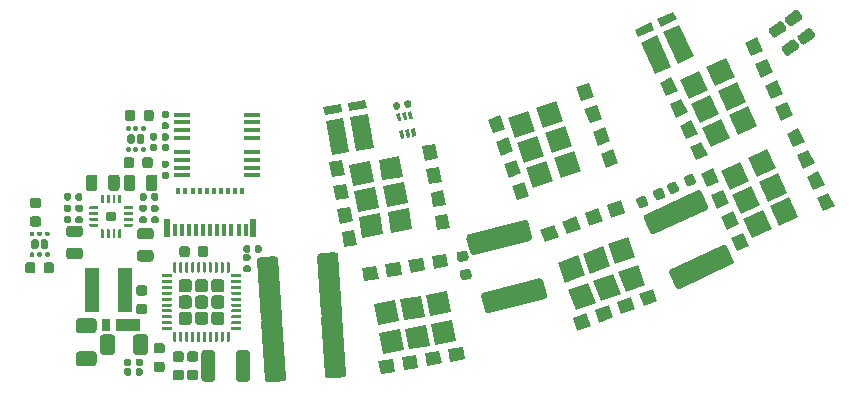
<source format=gbr>
G04 #@! TF.GenerationSoftware,KiCad,Pcbnew,(5.1.10)-1*
G04 #@! TF.CreationDate,2022-10-21T14:01:49-07:00*
G04 #@! TF.ProjectId,Motor_Gen2P,4d6f746f-725f-4476-956e-32502e6b6963,rev?*
G04 #@! TF.SameCoordinates,Original*
G04 #@! TF.FileFunction,Paste,Top*
G04 #@! TF.FilePolarity,Positive*
%FSLAX46Y46*%
G04 Gerber Fmt 4.6, Leading zero omitted, Abs format (unit mm)*
G04 Created by KiCad (PCBNEW (5.1.10)-1) date 2022-10-21 14:01:49*
%MOMM*%
%LPD*%
G01*
G04 APERTURE LIST*
%ADD10C,0.100000*%
%ADD11R,0.520000X1.600000*%
%ADD12R,0.300000X0.600000*%
%ADD13R,0.300000X1.000000*%
%ADD14R,1.200000X3.700000*%
%ADD15R,1.450000X0.450000*%
%ADD16R,2.000000X1.100000*%
%ADD17R,0.800000X1.100000*%
G04 APERTURE END LIST*
D10*
G36*
X109354949Y-72602476D02*
G01*
X109233395Y-71913110D01*
X110710607Y-71652638D01*
X110832161Y-72342004D01*
X109354949Y-72602476D01*
G37*
G36*
X107281929Y-72968006D02*
G01*
X107160375Y-72278640D01*
X108637587Y-72018168D01*
X108759141Y-72707534D01*
X107281929Y-72968006D01*
G37*
G36*
X109954035Y-76000063D02*
G01*
X109441773Y-73094880D01*
X110918985Y-72834407D01*
X111431247Y-75739590D01*
X109954035Y-76000063D01*
G37*
G36*
X107881015Y-76365593D02*
G01*
X107368753Y-73460410D01*
X108845965Y-73199937D01*
X109358227Y-76105120D01*
X107881015Y-76365593D01*
G37*
G36*
X135739487Y-65482200D02*
G01*
X135443654Y-64847785D01*
X136803115Y-64213858D01*
X137098948Y-64848273D01*
X135739487Y-65482200D01*
G37*
G36*
X133831710Y-66371811D02*
G01*
X133535877Y-65737396D01*
X134895338Y-65103469D01*
X135191171Y-65737884D01*
X133831710Y-66371811D01*
G37*
G36*
X137197520Y-68608962D02*
G01*
X135950796Y-65935354D01*
X137310258Y-65301426D01*
X138556982Y-67975034D01*
X137197520Y-68608962D01*
G37*
G36*
X135289742Y-69498574D02*
G01*
X134043018Y-66824966D01*
X135402480Y-66191038D01*
X136649204Y-68864646D01*
X135289742Y-69498574D01*
G37*
D11*
X101250000Y-82500000D03*
X93950000Y-82500000D03*
D12*
X100300000Y-79400000D03*
X99700000Y-79400000D03*
X99100000Y-79400000D03*
X98500000Y-79400000D03*
X97900000Y-79400000D03*
X97300000Y-79400000D03*
X96700000Y-79400000D03*
X96100000Y-79400000D03*
X95500000Y-79400000D03*
X94900000Y-79400000D03*
D13*
X100600000Y-82700000D03*
X100000000Y-82700000D03*
X99400000Y-82700000D03*
X98800000Y-82700000D03*
X98200000Y-82700000D03*
X97600000Y-82700000D03*
X97000000Y-82700000D03*
X96400000Y-82700000D03*
X95800000Y-82700000D03*
X95200000Y-82700000D03*
X94600000Y-82700000D03*
D14*
X87600000Y-87800000D03*
X90400000Y-87800000D03*
G36*
G01*
X95150000Y-93875000D02*
X94650000Y-93875000D01*
G75*
G02*
X94425000Y-93650000I0J225000D01*
G01*
X94425000Y-93200000D01*
G75*
G02*
X94650000Y-92975000I225000J0D01*
G01*
X95150000Y-92975000D01*
G75*
G02*
X95375000Y-93200000I0J-225000D01*
G01*
X95375000Y-93650000D01*
G75*
G02*
X95150000Y-93875000I-225000J0D01*
G01*
G37*
G36*
G01*
X95150000Y-95425000D02*
X94650000Y-95425000D01*
G75*
G02*
X94425000Y-95200000I0J225000D01*
G01*
X94425000Y-94750000D01*
G75*
G02*
X94650000Y-94525000I225000J0D01*
G01*
X95150000Y-94525000D01*
G75*
G02*
X95375000Y-94750000I0J-225000D01*
G01*
X95375000Y-95200000D01*
G75*
G02*
X95150000Y-95425000I-225000J0D01*
G01*
G37*
D10*
G36*
X129635778Y-70237423D02*
G01*
X130063304Y-71412039D01*
X129029642Y-71788261D01*
X128602116Y-70613645D01*
X129635778Y-70237423D01*
G37*
G36*
X130319818Y-72116808D02*
G01*
X130747344Y-73291424D01*
X129713682Y-73667646D01*
X129286156Y-72493030D01*
X130319818Y-72116808D01*
G37*
G36*
X131003859Y-73996193D02*
G01*
X131431385Y-75170809D01*
X130397723Y-75547031D01*
X129970197Y-74372415D01*
X131003859Y-73996193D01*
G37*
G36*
X122118237Y-72973584D02*
G01*
X122545763Y-74148200D01*
X121512101Y-74524422D01*
X121084575Y-73349806D01*
X122118237Y-72973584D01*
G37*
G36*
X122802277Y-74852969D02*
G01*
X123229803Y-76027585D01*
X122196141Y-76403807D01*
X121768615Y-75229191D01*
X122802277Y-74852969D01*
G37*
G36*
X123486318Y-76732354D02*
G01*
X123913844Y-77906970D01*
X122880182Y-78283192D01*
X122452656Y-77108576D01*
X123486318Y-76732354D01*
G37*
G36*
X124170358Y-78611739D02*
G01*
X124597884Y-79786355D01*
X123564222Y-80162577D01*
X123136696Y-78987961D01*
X124170358Y-78611739D01*
G37*
G36*
X126838206Y-71761141D02*
G01*
X127453842Y-73452587D01*
X125762396Y-74068223D01*
X125146760Y-72376777D01*
X126838206Y-71761141D01*
G37*
G36*
X127607751Y-73875449D02*
G01*
X128223387Y-75566895D01*
X126531941Y-76182531D01*
X125916305Y-74491085D01*
X127607751Y-73875449D01*
G37*
G36*
X128377297Y-75989757D02*
G01*
X128992933Y-77681203D01*
X127301487Y-78296839D01*
X126685851Y-76605393D01*
X128377297Y-75989757D01*
G37*
G36*
X125258520Y-74730499D02*
G01*
X125874156Y-76421945D01*
X124182710Y-77037581D01*
X123567074Y-75346135D01*
X125258520Y-74730499D01*
G37*
G36*
X124488974Y-72616191D02*
G01*
X125104610Y-74307637D01*
X123413164Y-74923273D01*
X122797528Y-73231827D01*
X124488974Y-72616191D01*
G37*
G36*
X126028065Y-76844808D02*
G01*
X126643701Y-78536254D01*
X124952255Y-79151890D01*
X124336619Y-77460444D01*
X126028065Y-76844808D01*
G37*
G36*
X131687899Y-75875578D02*
G01*
X132115425Y-77050194D01*
X131081763Y-77426416D01*
X130654237Y-76251800D01*
X131687899Y-75875578D01*
G37*
G36*
X125537423Y-82664222D02*
G01*
X126712039Y-82236696D01*
X127088261Y-83270358D01*
X125913645Y-83697884D01*
X125537423Y-82664222D01*
G37*
G36*
X127416808Y-81980182D02*
G01*
X128591424Y-81552656D01*
X128967646Y-82586318D01*
X127793030Y-83013844D01*
X127416808Y-81980182D01*
G37*
G36*
X129296193Y-81296141D02*
G01*
X130470809Y-80868615D01*
X130847031Y-81902277D01*
X129672415Y-82329803D01*
X129296193Y-81296141D01*
G37*
G36*
X128273584Y-90181763D02*
G01*
X129448200Y-89754237D01*
X129824422Y-90787899D01*
X128649806Y-91215425D01*
X128273584Y-90181763D01*
G37*
G36*
X130152969Y-89497723D02*
G01*
X131327585Y-89070197D01*
X131703807Y-90103859D01*
X130529191Y-90531385D01*
X130152969Y-89497723D01*
G37*
G36*
X132032354Y-88813682D02*
G01*
X133206970Y-88386156D01*
X133583192Y-89419818D01*
X132408576Y-89847344D01*
X132032354Y-88813682D01*
G37*
G36*
X133911739Y-88129642D02*
G01*
X135086355Y-87702116D01*
X135462577Y-88735778D01*
X134287961Y-89163304D01*
X133911739Y-88129642D01*
G37*
G36*
X127061141Y-85461794D02*
G01*
X128752587Y-84846158D01*
X129368223Y-86537604D01*
X127676777Y-87153240D01*
X127061141Y-85461794D01*
G37*
G36*
X129175449Y-84692249D02*
G01*
X130866895Y-84076613D01*
X131482531Y-85768059D01*
X129791085Y-86383695D01*
X129175449Y-84692249D01*
G37*
G36*
X131289757Y-83922703D02*
G01*
X132981203Y-83307067D01*
X133596839Y-84998513D01*
X131905393Y-85614149D01*
X131289757Y-83922703D01*
G37*
G36*
X130030499Y-87041480D02*
G01*
X131721945Y-86425844D01*
X132337581Y-88117290D01*
X130646135Y-88732926D01*
X130030499Y-87041480D01*
G37*
G36*
X127916191Y-87811026D02*
G01*
X129607637Y-87195390D01*
X130223273Y-88886836D01*
X128531827Y-89502472D01*
X127916191Y-87811026D01*
G37*
G36*
X132144808Y-86271935D02*
G01*
X133836254Y-85656299D01*
X134451890Y-87347745D01*
X132760444Y-87963381D01*
X132144808Y-86271935D01*
G37*
G36*
X131175578Y-80612101D02*
G01*
X132350194Y-80184575D01*
X132726416Y-81218237D01*
X131551800Y-81645763D01*
X131175578Y-80612101D01*
G37*
G36*
X143891709Y-66391722D02*
G01*
X144419982Y-67524606D01*
X143423043Y-67989486D01*
X142894770Y-66856602D01*
X143891709Y-66391722D01*
G37*
G36*
X144736946Y-68204337D02*
G01*
X145265219Y-69337221D01*
X144268280Y-69802101D01*
X143740007Y-68669217D01*
X144736946Y-68204337D01*
G37*
G36*
X145582182Y-70016953D02*
G01*
X146110455Y-71149837D01*
X145113516Y-71614717D01*
X144585243Y-70481833D01*
X145582182Y-70016953D01*
G37*
G36*
X136641247Y-69772668D02*
G01*
X137169520Y-70905552D01*
X136172581Y-71370432D01*
X135644308Y-70237548D01*
X136641247Y-69772668D01*
G37*
G36*
X137486484Y-71585283D02*
G01*
X138014757Y-72718167D01*
X137017818Y-73183047D01*
X136489545Y-72050163D01*
X137486484Y-71585283D01*
G37*
G36*
X138331720Y-73397899D02*
G01*
X138859993Y-74530783D01*
X137863054Y-74995663D01*
X137334781Y-73862779D01*
X138331720Y-73397899D01*
G37*
G36*
X139176957Y-75210514D02*
G01*
X139705230Y-76343398D01*
X138708291Y-76808278D01*
X138180018Y-75675394D01*
X139176957Y-75210514D01*
G37*
G36*
X141237584Y-68153465D02*
G01*
X141998296Y-69784819D01*
X140366942Y-70545531D01*
X139606230Y-68914177D01*
X141237584Y-68153465D01*
G37*
G36*
X142188475Y-70192658D02*
G01*
X142949187Y-71824012D01*
X141317833Y-72584724D01*
X140557121Y-70953370D01*
X142188475Y-70192658D01*
G37*
G36*
X143139366Y-72231850D02*
G01*
X143900078Y-73863204D01*
X142268724Y-74623916D01*
X141508012Y-72992562D01*
X143139366Y-72231850D01*
G37*
G36*
X139922705Y-71249204D02*
G01*
X140683417Y-72880558D01*
X139052063Y-73641270D01*
X138291351Y-72009916D01*
X139922705Y-71249204D01*
G37*
G36*
X138971814Y-69210011D02*
G01*
X139732526Y-70841365D01*
X138101172Y-71602077D01*
X137340460Y-69970723D01*
X138971814Y-69210011D01*
G37*
G36*
X140873597Y-73288396D02*
G01*
X141634309Y-74919750D01*
X140002955Y-75680462D01*
X139242243Y-74049108D01*
X140873597Y-73288396D01*
G37*
G36*
X146427419Y-71829568D02*
G01*
X146955692Y-72962452D01*
X145958753Y-73427332D01*
X145430480Y-72294448D01*
X146427419Y-71829568D01*
G37*
G36*
X147391709Y-74091722D02*
G01*
X147919982Y-75224606D01*
X146923043Y-75689486D01*
X146394770Y-74556602D01*
X147391709Y-74091722D01*
G37*
G36*
X148236946Y-75904337D02*
G01*
X148765219Y-77037221D01*
X147768280Y-77502101D01*
X147240007Y-76369217D01*
X148236946Y-75904337D01*
G37*
G36*
X149082182Y-77716953D02*
G01*
X149610455Y-78849837D01*
X148613516Y-79314717D01*
X148085243Y-78181833D01*
X149082182Y-77716953D01*
G37*
G36*
X140141247Y-77472668D02*
G01*
X140669520Y-78605552D01*
X139672581Y-79070432D01*
X139144308Y-77937548D01*
X140141247Y-77472668D01*
G37*
G36*
X140986484Y-79285283D02*
G01*
X141514757Y-80418167D01*
X140517818Y-80883047D01*
X139989545Y-79750163D01*
X140986484Y-79285283D01*
G37*
G36*
X141831720Y-81097899D02*
G01*
X142359993Y-82230783D01*
X141363054Y-82695663D01*
X140834781Y-81562779D01*
X141831720Y-81097899D01*
G37*
G36*
X142676957Y-82910514D02*
G01*
X143205230Y-84043398D01*
X142208291Y-84508278D01*
X141680018Y-83375394D01*
X142676957Y-82910514D01*
G37*
G36*
X144737584Y-75853465D02*
G01*
X145498296Y-77484819D01*
X143866942Y-78245531D01*
X143106230Y-76614177D01*
X144737584Y-75853465D01*
G37*
G36*
X145688475Y-77892658D02*
G01*
X146449187Y-79524012D01*
X144817833Y-80284724D01*
X144057121Y-78653370D01*
X145688475Y-77892658D01*
G37*
G36*
X146639366Y-79931850D02*
G01*
X147400078Y-81563204D01*
X145768724Y-82323916D01*
X145008012Y-80692562D01*
X146639366Y-79931850D01*
G37*
G36*
X143422705Y-78949204D02*
G01*
X144183417Y-80580558D01*
X142552063Y-81341270D01*
X141791351Y-79709916D01*
X143422705Y-78949204D01*
G37*
G36*
X142471814Y-76910011D02*
G01*
X143232526Y-78541365D01*
X141601172Y-79302077D01*
X140840460Y-77670723D01*
X142471814Y-76910011D01*
G37*
G36*
X144373597Y-80988396D02*
G01*
X145134309Y-82619750D01*
X143502955Y-83380462D01*
X142742243Y-81749108D01*
X144373597Y-80988396D01*
G37*
G36*
X149927419Y-79529568D02*
G01*
X150455692Y-80662452D01*
X149458753Y-81127332D01*
X148930480Y-79994448D01*
X149927419Y-79529568D01*
G37*
G36*
X116639246Y-75401054D02*
G01*
X116856306Y-76632063D01*
X115773018Y-76823076D01*
X115555958Y-75592067D01*
X116639246Y-75401054D01*
G37*
G36*
X116986543Y-77370670D02*
G01*
X117203603Y-78601679D01*
X116120315Y-78792692D01*
X115903255Y-77561683D01*
X116986543Y-77370670D01*
G37*
G36*
X117333839Y-79340285D02*
G01*
X117550899Y-80571294D01*
X116467611Y-80762307D01*
X116250551Y-79531298D01*
X117333839Y-79340285D01*
G37*
G36*
X108760784Y-76790239D02*
G01*
X108977844Y-78021248D01*
X107894556Y-78212261D01*
X107677496Y-76981252D01*
X108760784Y-76790239D01*
G37*
G36*
X109108081Y-78759855D02*
G01*
X109325141Y-79990864D01*
X108241853Y-80181877D01*
X108024793Y-78950868D01*
X109108081Y-78759855D01*
G37*
G36*
X109455377Y-80729470D02*
G01*
X109672437Y-81960479D01*
X108589149Y-82151492D01*
X108372089Y-80920483D01*
X109455377Y-80729470D01*
G37*
G36*
X109802674Y-82699086D02*
G01*
X110019734Y-83930095D01*
X108936446Y-84121108D01*
X108719386Y-82890099D01*
X109802674Y-82699086D01*
G37*
G36*
X113619585Y-76415829D02*
G01*
X113932151Y-78188483D01*
X112159497Y-78501049D01*
X111846931Y-76728395D01*
X113619585Y-76415829D01*
G37*
G36*
X114010294Y-78631647D02*
G01*
X114322860Y-80404301D01*
X112550206Y-80716867D01*
X112237640Y-78944213D01*
X114010294Y-78631647D01*
G37*
G36*
X114401002Y-80847464D02*
G01*
X114713568Y-82620118D01*
X112940914Y-82932684D01*
X112628348Y-81160030D01*
X114401002Y-80847464D01*
G37*
G36*
X111548274Y-79065767D02*
G01*
X111860840Y-80838421D01*
X110088186Y-81150987D01*
X109775620Y-79378333D01*
X111548274Y-79065767D01*
G37*
G36*
X111157566Y-76849950D02*
G01*
X111470132Y-78622604D01*
X109697478Y-78935170D01*
X109384912Y-77162516D01*
X111157566Y-76849950D01*
G37*
G36*
X111938983Y-81281585D02*
G01*
X112251549Y-83054239D01*
X110478895Y-83366805D01*
X110166329Y-81594151D01*
X111938983Y-81281585D01*
G37*
G36*
X117681136Y-81309901D02*
G01*
X117898196Y-82540910D01*
X116814908Y-82731923D01*
X116597848Y-81500914D01*
X117681136Y-81309901D01*
G37*
G36*
X110439973Y-85948600D02*
G01*
X111670982Y-85731540D01*
X111861995Y-86814828D01*
X110630986Y-87031888D01*
X110439973Y-85948600D01*
G37*
G36*
X112409589Y-85601303D02*
G01*
X113640598Y-85384243D01*
X113831611Y-86467531D01*
X112600602Y-86684591D01*
X112409589Y-85601303D01*
G37*
G36*
X114379204Y-85254007D02*
G01*
X115610213Y-85036947D01*
X115801226Y-86120235D01*
X114570217Y-86337295D01*
X114379204Y-85254007D01*
G37*
G36*
X111829158Y-93827062D02*
G01*
X113060167Y-93610002D01*
X113251180Y-94693290D01*
X112020171Y-94910350D01*
X111829158Y-93827062D01*
G37*
G36*
X113798774Y-93479765D02*
G01*
X115029783Y-93262705D01*
X115220796Y-94345993D01*
X113989787Y-94563053D01*
X113798774Y-93479765D01*
G37*
G36*
X115768389Y-93132469D02*
G01*
X116999398Y-92915409D01*
X117190411Y-93998697D01*
X115959402Y-94215757D01*
X115768389Y-93132469D01*
G37*
G36*
X117738005Y-92785172D02*
G01*
X118969014Y-92568112D01*
X119160027Y-93651400D01*
X117929018Y-93868460D01*
X117738005Y-92785172D01*
G37*
G36*
X111454748Y-88968261D02*
G01*
X113227402Y-88655695D01*
X113539968Y-90428349D01*
X111767314Y-90740915D01*
X111454748Y-88968261D01*
G37*
G36*
X113670566Y-88577552D02*
G01*
X115443220Y-88264986D01*
X115755786Y-90037640D01*
X113983132Y-90350206D01*
X113670566Y-88577552D01*
G37*
G36*
X115886383Y-88186844D02*
G01*
X117659037Y-87874278D01*
X117971603Y-89646932D01*
X116198949Y-89959498D01*
X115886383Y-88186844D01*
G37*
G36*
X114104686Y-91039572D02*
G01*
X115877340Y-90727006D01*
X116189906Y-92499660D01*
X114417252Y-92812226D01*
X114104686Y-91039572D01*
G37*
G36*
X111888869Y-91430280D02*
G01*
X113661523Y-91117714D01*
X113974089Y-92890368D01*
X112201435Y-93202934D01*
X111888869Y-91430280D01*
G37*
G36*
X116320504Y-90648863D02*
G01*
X118093158Y-90336297D01*
X118405724Y-92108951D01*
X116633070Y-92421517D01*
X116320504Y-90648863D01*
G37*
G36*
X116348820Y-84906710D02*
G01*
X117579829Y-84689650D01*
X117770842Y-85772938D01*
X116539833Y-85989998D01*
X116348820Y-84906710D01*
G37*
G36*
G01*
X99800000Y-95300001D02*
X99800000Y-93099999D01*
G75*
G02*
X100049999Y-92850000I249999J0D01*
G01*
X100700001Y-92850000D01*
G75*
G02*
X100950000Y-93099999I0J-249999D01*
G01*
X100950000Y-95300001D01*
G75*
G02*
X100700001Y-95550000I-249999J0D01*
G01*
X100049999Y-95550000D01*
G75*
G02*
X99800000Y-95300001I0J249999D01*
G01*
G37*
G36*
G01*
X96850000Y-95300001D02*
X96850000Y-93099999D01*
G75*
G02*
X97099999Y-92850000I249999J0D01*
G01*
X97750001Y-92850000D01*
G75*
G02*
X98000000Y-93099999I0J-249999D01*
G01*
X98000000Y-95300001D01*
G75*
G02*
X97750001Y-95550000I-249999J0D01*
G01*
X97099999Y-95550000D01*
G75*
G02*
X96850000Y-95300001I0J249999D01*
G01*
G37*
G36*
X114263826Y-73370041D02*
G01*
X113968384Y-73422136D01*
X113852040Y-72762315D01*
X114147482Y-72710220D01*
X114263826Y-73370041D01*
G37*
G36*
X114756230Y-73283217D02*
G01*
X114460788Y-73335312D01*
X114344444Y-72675491D01*
X114639886Y-72623396D01*
X114756230Y-73283217D01*
G37*
G36*
X114520826Y-74827557D02*
G01*
X114225384Y-74879652D01*
X114109040Y-74219831D01*
X114404482Y-74167736D01*
X114520826Y-74827557D01*
G37*
G36*
X113771422Y-73456865D02*
G01*
X113475980Y-73508960D01*
X113359636Y-72849139D01*
X113655078Y-72797044D01*
X113771422Y-73456865D01*
G37*
G36*
X115013230Y-74740733D02*
G01*
X114717788Y-74792828D01*
X114601444Y-74133007D01*
X114896886Y-74080912D01*
X115013230Y-74740733D01*
G37*
G36*
X114028422Y-74914381D02*
G01*
X113732980Y-74966476D01*
X113616636Y-74306655D01*
X113912078Y-74254560D01*
X114028422Y-74914381D01*
G37*
G36*
G01*
X114076584Y-72250548D02*
X114017544Y-71915713D01*
G75*
G02*
X114131106Y-71753529I137873J24311D01*
G01*
X114406852Y-71704908D01*
G75*
G02*
X114569036Y-71818470I24311J-137873D01*
G01*
X114628076Y-72153305D01*
G75*
G02*
X114514514Y-72315489I-137873J-24311D01*
G01*
X114238768Y-72364110D01*
G75*
G02*
X114076584Y-72250548I-24311J137873D01*
G01*
G37*
G36*
G01*
X113131168Y-72417250D02*
X113072128Y-72082415D01*
G75*
G02*
X113185690Y-71920231I137873J24311D01*
G01*
X113461436Y-71871610D01*
G75*
G02*
X113623620Y-71985172I24311J-137873D01*
G01*
X113682660Y-72320007D01*
G75*
G02*
X113569098Y-72482191I-137873J-24311D01*
G01*
X113293352Y-72530812D01*
G75*
G02*
X113131168Y-72417250I-24311J137873D01*
G01*
G37*
G36*
G01*
X85810000Y-79727500D02*
X85810000Y-80072500D01*
G75*
G02*
X85662500Y-80220000I-147500J0D01*
G01*
X85367500Y-80220000D01*
G75*
G02*
X85220000Y-80072500I0J147500D01*
G01*
X85220000Y-79727500D01*
G75*
G02*
X85367500Y-79580000I147500J0D01*
G01*
X85662500Y-79580000D01*
G75*
G02*
X85810000Y-79727500I0J-147500D01*
G01*
G37*
G36*
G01*
X86780000Y-79727500D02*
X86780000Y-80072500D01*
G75*
G02*
X86632500Y-80220000I-147500J0D01*
G01*
X86337500Y-80220000D01*
G75*
G02*
X86190000Y-80072500I0J147500D01*
G01*
X86190000Y-79727500D01*
G75*
G02*
X86337500Y-79580000I147500J0D01*
G01*
X86632500Y-79580000D01*
G75*
G02*
X86780000Y-79727500I0J-147500D01*
G01*
G37*
G36*
G01*
X146057024Y-67114593D02*
X146804500Y-66591204D01*
G75*
G02*
X147143977Y-66651063I139809J-199668D01*
G01*
X147423595Y-67050400D01*
G75*
G02*
X147363736Y-67389877I-199668J-139809D01*
G01*
X146616260Y-67913266D01*
G75*
G02*
X146276783Y-67853407I-139809J199668D01*
G01*
X145997165Y-67454070D01*
G75*
G02*
X146057024Y-67114593I199668J139809D01*
G01*
G37*
G36*
G01*
X144981568Y-65578683D02*
X145729044Y-65055294D01*
G75*
G02*
X146068521Y-65115153I139809J-199668D01*
G01*
X146348139Y-65514490D01*
G75*
G02*
X146288280Y-65853967I-199668J-139809D01*
G01*
X145540804Y-66377356D01*
G75*
G02*
X145201327Y-66317497I-139809J199668D01*
G01*
X144921709Y-65918160D01*
G75*
G02*
X144981568Y-65578683I199668J139809D01*
G01*
G37*
G36*
G01*
X147412682Y-66164755D02*
X148160158Y-65641366D01*
G75*
G02*
X148499635Y-65701225I139809J-199668D01*
G01*
X148779253Y-66100562D01*
G75*
G02*
X148719394Y-66440039I-199668J-139809D01*
G01*
X147971918Y-66963428D01*
G75*
G02*
X147632441Y-66903569I-139809J199668D01*
G01*
X147352823Y-66504232D01*
G75*
G02*
X147412682Y-66164755I199668J139809D01*
G01*
G37*
G36*
G01*
X146337226Y-64628845D02*
X147084702Y-64105456D01*
G75*
G02*
X147424179Y-64165315I139809J-199668D01*
G01*
X147703797Y-64564652D01*
G75*
G02*
X147643938Y-64904129I-199668J-139809D01*
G01*
X146896462Y-65427518D01*
G75*
G02*
X146556985Y-65367659I-139809J199668D01*
G01*
X146277367Y-64968322D01*
G75*
G02*
X146337226Y-64628845I199668J139809D01*
G01*
G37*
D15*
X95250000Y-74875000D03*
X95250000Y-74225000D03*
X95250000Y-73575000D03*
X95250000Y-72925000D03*
X101150000Y-72925000D03*
X101150000Y-73575000D03*
X101150000Y-74225000D03*
X101150000Y-74875000D03*
G36*
G01*
X90362500Y-80675000D02*
X90987500Y-80675000D01*
G75*
G02*
X91050000Y-80737500I0J-62500D01*
G01*
X91050000Y-80862500D01*
G75*
G02*
X90987500Y-80925000I-62500J0D01*
G01*
X90362500Y-80925000D01*
G75*
G02*
X90300000Y-80862500I0J62500D01*
G01*
X90300000Y-80737500D01*
G75*
G02*
X90362500Y-80675000I62500J0D01*
G01*
G37*
G36*
G01*
X90362500Y-81175000D02*
X90987500Y-81175000D01*
G75*
G02*
X91050000Y-81237500I0J-62500D01*
G01*
X91050000Y-81362500D01*
G75*
G02*
X90987500Y-81425000I-62500J0D01*
G01*
X90362500Y-81425000D01*
G75*
G02*
X90300000Y-81362500I0J62500D01*
G01*
X90300000Y-81237500D01*
G75*
G02*
X90362500Y-81175000I62500J0D01*
G01*
G37*
G36*
G01*
X90362500Y-81675000D02*
X90987500Y-81675000D01*
G75*
G02*
X91050000Y-81737500I0J-62500D01*
G01*
X91050000Y-81862500D01*
G75*
G02*
X90987500Y-81925000I-62500J0D01*
G01*
X90362500Y-81925000D01*
G75*
G02*
X90300000Y-81862500I0J62500D01*
G01*
X90300000Y-81737500D01*
G75*
G02*
X90362500Y-81675000I62500J0D01*
G01*
G37*
G36*
G01*
X90362500Y-82175000D02*
X90987500Y-82175000D01*
G75*
G02*
X91050000Y-82237500I0J-62500D01*
G01*
X91050000Y-82362500D01*
G75*
G02*
X90987500Y-82425000I-62500J0D01*
G01*
X90362500Y-82425000D01*
G75*
G02*
X90300000Y-82362500I0J62500D01*
G01*
X90300000Y-82237500D01*
G75*
G02*
X90362500Y-82175000I62500J0D01*
G01*
G37*
G36*
G01*
X89887500Y-82650000D02*
X90012500Y-82650000D01*
G75*
G02*
X90075000Y-82712500I0J-62500D01*
G01*
X90075000Y-83337500D01*
G75*
G02*
X90012500Y-83400000I-62500J0D01*
G01*
X89887500Y-83400000D01*
G75*
G02*
X89825000Y-83337500I0J62500D01*
G01*
X89825000Y-82712500D01*
G75*
G02*
X89887500Y-82650000I62500J0D01*
G01*
G37*
G36*
G01*
X89387500Y-82650000D02*
X89512500Y-82650000D01*
G75*
G02*
X89575000Y-82712500I0J-62500D01*
G01*
X89575000Y-83337500D01*
G75*
G02*
X89512500Y-83400000I-62500J0D01*
G01*
X89387500Y-83400000D01*
G75*
G02*
X89325000Y-83337500I0J62500D01*
G01*
X89325000Y-82712500D01*
G75*
G02*
X89387500Y-82650000I62500J0D01*
G01*
G37*
G36*
G01*
X88887500Y-82650000D02*
X89012500Y-82650000D01*
G75*
G02*
X89075000Y-82712500I0J-62500D01*
G01*
X89075000Y-83337500D01*
G75*
G02*
X89012500Y-83400000I-62500J0D01*
G01*
X88887500Y-83400000D01*
G75*
G02*
X88825000Y-83337500I0J62500D01*
G01*
X88825000Y-82712500D01*
G75*
G02*
X88887500Y-82650000I62500J0D01*
G01*
G37*
G36*
G01*
X88387500Y-82650000D02*
X88512500Y-82650000D01*
G75*
G02*
X88575000Y-82712500I0J-62500D01*
G01*
X88575000Y-83337500D01*
G75*
G02*
X88512500Y-83400000I-62500J0D01*
G01*
X88387500Y-83400000D01*
G75*
G02*
X88325000Y-83337500I0J62500D01*
G01*
X88325000Y-82712500D01*
G75*
G02*
X88387500Y-82650000I62500J0D01*
G01*
G37*
G36*
G01*
X87412500Y-82175000D02*
X88037500Y-82175000D01*
G75*
G02*
X88100000Y-82237500I0J-62500D01*
G01*
X88100000Y-82362500D01*
G75*
G02*
X88037500Y-82425000I-62500J0D01*
G01*
X87412500Y-82425000D01*
G75*
G02*
X87350000Y-82362500I0J62500D01*
G01*
X87350000Y-82237500D01*
G75*
G02*
X87412500Y-82175000I62500J0D01*
G01*
G37*
G36*
G01*
X87412500Y-81675000D02*
X88037500Y-81675000D01*
G75*
G02*
X88100000Y-81737500I0J-62500D01*
G01*
X88100000Y-81862500D01*
G75*
G02*
X88037500Y-81925000I-62500J0D01*
G01*
X87412500Y-81925000D01*
G75*
G02*
X87350000Y-81862500I0J62500D01*
G01*
X87350000Y-81737500D01*
G75*
G02*
X87412500Y-81675000I62500J0D01*
G01*
G37*
G36*
G01*
X87412500Y-81175000D02*
X88037500Y-81175000D01*
G75*
G02*
X88100000Y-81237500I0J-62500D01*
G01*
X88100000Y-81362500D01*
G75*
G02*
X88037500Y-81425000I-62500J0D01*
G01*
X87412500Y-81425000D01*
G75*
G02*
X87350000Y-81362500I0J62500D01*
G01*
X87350000Y-81237500D01*
G75*
G02*
X87412500Y-81175000I62500J0D01*
G01*
G37*
G36*
G01*
X87412500Y-80675000D02*
X88037500Y-80675000D01*
G75*
G02*
X88100000Y-80737500I0J-62500D01*
G01*
X88100000Y-80862500D01*
G75*
G02*
X88037500Y-80925000I-62500J0D01*
G01*
X87412500Y-80925000D01*
G75*
G02*
X87350000Y-80862500I0J62500D01*
G01*
X87350000Y-80737500D01*
G75*
G02*
X87412500Y-80675000I62500J0D01*
G01*
G37*
G36*
G01*
X88387500Y-79700000D02*
X88512500Y-79700000D01*
G75*
G02*
X88575000Y-79762500I0J-62500D01*
G01*
X88575000Y-80387500D01*
G75*
G02*
X88512500Y-80450000I-62500J0D01*
G01*
X88387500Y-80450000D01*
G75*
G02*
X88325000Y-80387500I0J62500D01*
G01*
X88325000Y-79762500D01*
G75*
G02*
X88387500Y-79700000I62500J0D01*
G01*
G37*
G36*
G01*
X88887500Y-79700000D02*
X89012500Y-79700000D01*
G75*
G02*
X89075000Y-79762500I0J-62500D01*
G01*
X89075000Y-80387500D01*
G75*
G02*
X89012500Y-80450000I-62500J0D01*
G01*
X88887500Y-80450000D01*
G75*
G02*
X88825000Y-80387500I0J62500D01*
G01*
X88825000Y-79762500D01*
G75*
G02*
X88887500Y-79700000I62500J0D01*
G01*
G37*
G36*
G01*
X89387500Y-79700000D02*
X89512500Y-79700000D01*
G75*
G02*
X89575000Y-79762500I0J-62500D01*
G01*
X89575000Y-80387500D01*
G75*
G02*
X89512500Y-80450000I-62500J0D01*
G01*
X89387500Y-80450000D01*
G75*
G02*
X89325000Y-80387500I0J62500D01*
G01*
X89325000Y-79762500D01*
G75*
G02*
X89387500Y-79700000I62500J0D01*
G01*
G37*
G36*
G01*
X89887500Y-79700000D02*
X90012500Y-79700000D01*
G75*
G02*
X90075000Y-79762500I0J-62500D01*
G01*
X90075000Y-80387500D01*
G75*
G02*
X90012500Y-80450000I-62500J0D01*
G01*
X89887500Y-80450000D01*
G75*
G02*
X89825000Y-80387500I0J62500D01*
G01*
X89825000Y-79762500D01*
G75*
G02*
X89887500Y-79700000I62500J0D01*
G01*
G37*
G36*
G01*
X88914399Y-81150000D02*
X89485601Y-81150000D01*
G75*
G02*
X89600000Y-81264399I0J-114399D01*
G01*
X89600000Y-81835601D01*
G75*
G02*
X89485601Y-81950000I-114399J0D01*
G01*
X88914399Y-81950000D01*
G75*
G02*
X88800000Y-81835601I0J114399D01*
G01*
X88800000Y-81264399D01*
G75*
G02*
X88914399Y-81150000I114399J0D01*
G01*
G37*
X95250000Y-78075000D03*
X95250000Y-77425000D03*
X95250000Y-76775000D03*
X95250000Y-76125000D03*
X101150000Y-76125000D03*
X101150000Y-76775000D03*
X101150000Y-77425000D03*
X101150000Y-78075000D03*
G36*
G01*
X90740000Y-74595000D02*
X91060000Y-74595000D01*
G75*
G02*
X91220000Y-74755000I0J-160000D01*
G01*
X91220000Y-75245000D01*
G75*
G02*
X91060000Y-75405000I-160000J0D01*
G01*
X90740000Y-75405000D01*
G75*
G02*
X90580000Y-75245000I0J160000D01*
G01*
X90580000Y-74755000D01*
G75*
G02*
X90740000Y-74595000I160000J0D01*
G01*
G37*
G36*
G01*
X91540000Y-74595000D02*
X91860000Y-74595000D01*
G75*
G02*
X92020000Y-74755000I0J-160000D01*
G01*
X92020000Y-75245000D01*
G75*
G02*
X91860000Y-75405000I-160000J0D01*
G01*
X91540000Y-75405000D01*
G75*
G02*
X91380000Y-75245000I0J160000D01*
G01*
X91380000Y-74755000D01*
G75*
G02*
X91540000Y-74595000I160000J0D01*
G01*
G37*
G36*
G01*
X91843750Y-75700000D02*
X92056250Y-75700000D01*
G75*
G02*
X92150000Y-75793750I0J-93750D01*
G01*
X92150000Y-75981250D01*
G75*
G02*
X92056250Y-76075000I-93750J0D01*
G01*
X91843750Y-76075000D01*
G75*
G02*
X91750000Y-75981250I0J93750D01*
G01*
X91750000Y-75793750D01*
G75*
G02*
X91843750Y-75700000I93750J0D01*
G01*
G37*
G36*
G01*
X91193750Y-75700000D02*
X91406250Y-75700000D01*
G75*
G02*
X91500000Y-75793750I0J-93750D01*
G01*
X91500000Y-75981250D01*
G75*
G02*
X91406250Y-76075000I-93750J0D01*
G01*
X91193750Y-76075000D01*
G75*
G02*
X91100000Y-75981250I0J93750D01*
G01*
X91100000Y-75793750D01*
G75*
G02*
X91193750Y-75700000I93750J0D01*
G01*
G37*
G36*
G01*
X90543750Y-75700000D02*
X90756250Y-75700000D01*
G75*
G02*
X90850000Y-75793750I0J-93750D01*
G01*
X90850000Y-75981250D01*
G75*
G02*
X90756250Y-76075000I-93750J0D01*
G01*
X90543750Y-76075000D01*
G75*
G02*
X90450000Y-75981250I0J93750D01*
G01*
X90450000Y-75793750D01*
G75*
G02*
X90543750Y-75700000I93750J0D01*
G01*
G37*
G36*
G01*
X90543750Y-73925000D02*
X90756250Y-73925000D01*
G75*
G02*
X90850000Y-74018750I0J-93750D01*
G01*
X90850000Y-74206250D01*
G75*
G02*
X90756250Y-74300000I-93750J0D01*
G01*
X90543750Y-74300000D01*
G75*
G02*
X90450000Y-74206250I0J93750D01*
G01*
X90450000Y-74018750D01*
G75*
G02*
X90543750Y-73925000I93750J0D01*
G01*
G37*
G36*
G01*
X91193750Y-73925000D02*
X91406250Y-73925000D01*
G75*
G02*
X91500000Y-74018750I0J-93750D01*
G01*
X91500000Y-74206250D01*
G75*
G02*
X91406250Y-74300000I-93750J0D01*
G01*
X91193750Y-74300000D01*
G75*
G02*
X91100000Y-74206250I0J93750D01*
G01*
X91100000Y-74018750D01*
G75*
G02*
X91193750Y-73925000I93750J0D01*
G01*
G37*
G36*
G01*
X91843750Y-73925000D02*
X92056250Y-73925000D01*
G75*
G02*
X92150000Y-74018750I0J-93750D01*
G01*
X92150000Y-74206250D01*
G75*
G02*
X92056250Y-74300000I-93750J0D01*
G01*
X91843750Y-74300000D01*
G75*
G02*
X91750000Y-74206250I0J93750D01*
G01*
X91750000Y-74018750D01*
G75*
G02*
X91843750Y-73925000I93750J0D01*
G01*
G37*
G36*
G01*
X94300000Y-91175000D02*
X93550000Y-91175000D01*
G75*
G02*
X93487500Y-91112500I0J62500D01*
G01*
X93487500Y-90987500D01*
G75*
G02*
X93550000Y-90925000I62500J0D01*
G01*
X94300000Y-90925000D01*
G75*
G02*
X94362500Y-90987500I0J-62500D01*
G01*
X94362500Y-91112500D01*
G75*
G02*
X94300000Y-91175000I-62500J0D01*
G01*
G37*
G36*
G01*
X94300000Y-90675000D02*
X93550000Y-90675000D01*
G75*
G02*
X93487500Y-90612500I0J62500D01*
G01*
X93487500Y-90487500D01*
G75*
G02*
X93550000Y-90425000I62500J0D01*
G01*
X94300000Y-90425000D01*
G75*
G02*
X94362500Y-90487500I0J-62500D01*
G01*
X94362500Y-90612500D01*
G75*
G02*
X94300000Y-90675000I-62500J0D01*
G01*
G37*
G36*
G01*
X94300000Y-90175000D02*
X93550000Y-90175000D01*
G75*
G02*
X93487500Y-90112500I0J62500D01*
G01*
X93487500Y-89987500D01*
G75*
G02*
X93550000Y-89925000I62500J0D01*
G01*
X94300000Y-89925000D01*
G75*
G02*
X94362500Y-89987500I0J-62500D01*
G01*
X94362500Y-90112500D01*
G75*
G02*
X94300000Y-90175000I-62500J0D01*
G01*
G37*
G36*
G01*
X94300000Y-89675000D02*
X93550000Y-89675000D01*
G75*
G02*
X93487500Y-89612500I0J62500D01*
G01*
X93487500Y-89487500D01*
G75*
G02*
X93550000Y-89425000I62500J0D01*
G01*
X94300000Y-89425000D01*
G75*
G02*
X94362500Y-89487500I0J-62500D01*
G01*
X94362500Y-89612500D01*
G75*
G02*
X94300000Y-89675000I-62500J0D01*
G01*
G37*
G36*
G01*
X94300000Y-89175000D02*
X93550000Y-89175000D01*
G75*
G02*
X93487500Y-89112500I0J62500D01*
G01*
X93487500Y-88987500D01*
G75*
G02*
X93550000Y-88925000I62500J0D01*
G01*
X94300000Y-88925000D01*
G75*
G02*
X94362500Y-88987500I0J-62500D01*
G01*
X94362500Y-89112500D01*
G75*
G02*
X94300000Y-89175000I-62500J0D01*
G01*
G37*
G36*
G01*
X94300000Y-88675000D02*
X93550000Y-88675000D01*
G75*
G02*
X93487500Y-88612500I0J62500D01*
G01*
X93487500Y-88487500D01*
G75*
G02*
X93550000Y-88425000I62500J0D01*
G01*
X94300000Y-88425000D01*
G75*
G02*
X94362500Y-88487500I0J-62500D01*
G01*
X94362500Y-88612500D01*
G75*
G02*
X94300000Y-88675000I-62500J0D01*
G01*
G37*
G36*
G01*
X94300000Y-88175000D02*
X93550000Y-88175000D01*
G75*
G02*
X93487500Y-88112500I0J62500D01*
G01*
X93487500Y-87987500D01*
G75*
G02*
X93550000Y-87925000I62500J0D01*
G01*
X94300000Y-87925000D01*
G75*
G02*
X94362500Y-87987500I0J-62500D01*
G01*
X94362500Y-88112500D01*
G75*
G02*
X94300000Y-88175000I-62500J0D01*
G01*
G37*
G36*
G01*
X94300000Y-87675000D02*
X93550000Y-87675000D01*
G75*
G02*
X93487500Y-87612500I0J62500D01*
G01*
X93487500Y-87487500D01*
G75*
G02*
X93550000Y-87425000I62500J0D01*
G01*
X94300000Y-87425000D01*
G75*
G02*
X94362500Y-87487500I0J-62500D01*
G01*
X94362500Y-87612500D01*
G75*
G02*
X94300000Y-87675000I-62500J0D01*
G01*
G37*
G36*
G01*
X94300000Y-87175000D02*
X93550000Y-87175000D01*
G75*
G02*
X93487500Y-87112500I0J62500D01*
G01*
X93487500Y-86987500D01*
G75*
G02*
X93550000Y-86925000I62500J0D01*
G01*
X94300000Y-86925000D01*
G75*
G02*
X94362500Y-86987500I0J-62500D01*
G01*
X94362500Y-87112500D01*
G75*
G02*
X94300000Y-87175000I-62500J0D01*
G01*
G37*
G36*
G01*
X94300000Y-86675000D02*
X93550000Y-86675000D01*
G75*
G02*
X93487500Y-86612500I0J62500D01*
G01*
X93487500Y-86487500D01*
G75*
G02*
X93550000Y-86425000I62500J0D01*
G01*
X94300000Y-86425000D01*
G75*
G02*
X94362500Y-86487500I0J-62500D01*
G01*
X94362500Y-86612500D01*
G75*
G02*
X94300000Y-86675000I-62500J0D01*
G01*
G37*
G36*
G01*
X94675000Y-86300000D02*
X94550000Y-86300000D01*
G75*
G02*
X94487500Y-86237500I0J62500D01*
G01*
X94487500Y-85487500D01*
G75*
G02*
X94550000Y-85425000I62500J0D01*
G01*
X94675000Y-85425000D01*
G75*
G02*
X94737500Y-85487500I0J-62500D01*
G01*
X94737500Y-86237500D01*
G75*
G02*
X94675000Y-86300000I-62500J0D01*
G01*
G37*
G36*
G01*
X95175000Y-86300000D02*
X95050000Y-86300000D01*
G75*
G02*
X94987500Y-86237500I0J62500D01*
G01*
X94987500Y-85487500D01*
G75*
G02*
X95050000Y-85425000I62500J0D01*
G01*
X95175000Y-85425000D01*
G75*
G02*
X95237500Y-85487500I0J-62500D01*
G01*
X95237500Y-86237500D01*
G75*
G02*
X95175000Y-86300000I-62500J0D01*
G01*
G37*
G36*
G01*
X95675000Y-86300000D02*
X95550000Y-86300000D01*
G75*
G02*
X95487500Y-86237500I0J62500D01*
G01*
X95487500Y-85487500D01*
G75*
G02*
X95550000Y-85425000I62500J0D01*
G01*
X95675000Y-85425000D01*
G75*
G02*
X95737500Y-85487500I0J-62500D01*
G01*
X95737500Y-86237500D01*
G75*
G02*
X95675000Y-86300000I-62500J0D01*
G01*
G37*
G36*
G01*
X96175000Y-86300000D02*
X96050000Y-86300000D01*
G75*
G02*
X95987500Y-86237500I0J62500D01*
G01*
X95987500Y-85487500D01*
G75*
G02*
X96050000Y-85425000I62500J0D01*
G01*
X96175000Y-85425000D01*
G75*
G02*
X96237500Y-85487500I0J-62500D01*
G01*
X96237500Y-86237500D01*
G75*
G02*
X96175000Y-86300000I-62500J0D01*
G01*
G37*
G36*
G01*
X96675000Y-86300000D02*
X96550000Y-86300000D01*
G75*
G02*
X96487500Y-86237500I0J62500D01*
G01*
X96487500Y-85487500D01*
G75*
G02*
X96550000Y-85425000I62500J0D01*
G01*
X96675000Y-85425000D01*
G75*
G02*
X96737500Y-85487500I0J-62500D01*
G01*
X96737500Y-86237500D01*
G75*
G02*
X96675000Y-86300000I-62500J0D01*
G01*
G37*
G36*
G01*
X97175000Y-86300000D02*
X97050000Y-86300000D01*
G75*
G02*
X96987500Y-86237500I0J62500D01*
G01*
X96987500Y-85487500D01*
G75*
G02*
X97050000Y-85425000I62500J0D01*
G01*
X97175000Y-85425000D01*
G75*
G02*
X97237500Y-85487500I0J-62500D01*
G01*
X97237500Y-86237500D01*
G75*
G02*
X97175000Y-86300000I-62500J0D01*
G01*
G37*
G36*
G01*
X97675000Y-86300000D02*
X97550000Y-86300000D01*
G75*
G02*
X97487500Y-86237500I0J62500D01*
G01*
X97487500Y-85487500D01*
G75*
G02*
X97550000Y-85425000I62500J0D01*
G01*
X97675000Y-85425000D01*
G75*
G02*
X97737500Y-85487500I0J-62500D01*
G01*
X97737500Y-86237500D01*
G75*
G02*
X97675000Y-86300000I-62500J0D01*
G01*
G37*
G36*
G01*
X98175000Y-86300000D02*
X98050000Y-86300000D01*
G75*
G02*
X97987500Y-86237500I0J62500D01*
G01*
X97987500Y-85487500D01*
G75*
G02*
X98050000Y-85425000I62500J0D01*
G01*
X98175000Y-85425000D01*
G75*
G02*
X98237500Y-85487500I0J-62500D01*
G01*
X98237500Y-86237500D01*
G75*
G02*
X98175000Y-86300000I-62500J0D01*
G01*
G37*
G36*
G01*
X98675000Y-86300000D02*
X98550000Y-86300000D01*
G75*
G02*
X98487500Y-86237500I0J62500D01*
G01*
X98487500Y-85487500D01*
G75*
G02*
X98550000Y-85425000I62500J0D01*
G01*
X98675000Y-85425000D01*
G75*
G02*
X98737500Y-85487500I0J-62500D01*
G01*
X98737500Y-86237500D01*
G75*
G02*
X98675000Y-86300000I-62500J0D01*
G01*
G37*
G36*
G01*
X99175000Y-86300000D02*
X99050000Y-86300000D01*
G75*
G02*
X98987500Y-86237500I0J62500D01*
G01*
X98987500Y-85487500D01*
G75*
G02*
X99050000Y-85425000I62500J0D01*
G01*
X99175000Y-85425000D01*
G75*
G02*
X99237500Y-85487500I0J-62500D01*
G01*
X99237500Y-86237500D01*
G75*
G02*
X99175000Y-86300000I-62500J0D01*
G01*
G37*
G36*
G01*
X100175000Y-86675000D02*
X99425000Y-86675000D01*
G75*
G02*
X99362500Y-86612500I0J62500D01*
G01*
X99362500Y-86487500D01*
G75*
G02*
X99425000Y-86425000I62500J0D01*
G01*
X100175000Y-86425000D01*
G75*
G02*
X100237500Y-86487500I0J-62500D01*
G01*
X100237500Y-86612500D01*
G75*
G02*
X100175000Y-86675000I-62500J0D01*
G01*
G37*
G36*
G01*
X100175000Y-87175000D02*
X99425000Y-87175000D01*
G75*
G02*
X99362500Y-87112500I0J62500D01*
G01*
X99362500Y-86987500D01*
G75*
G02*
X99425000Y-86925000I62500J0D01*
G01*
X100175000Y-86925000D01*
G75*
G02*
X100237500Y-86987500I0J-62500D01*
G01*
X100237500Y-87112500D01*
G75*
G02*
X100175000Y-87175000I-62500J0D01*
G01*
G37*
G36*
G01*
X100175000Y-87675000D02*
X99425000Y-87675000D01*
G75*
G02*
X99362500Y-87612500I0J62500D01*
G01*
X99362500Y-87487500D01*
G75*
G02*
X99425000Y-87425000I62500J0D01*
G01*
X100175000Y-87425000D01*
G75*
G02*
X100237500Y-87487500I0J-62500D01*
G01*
X100237500Y-87612500D01*
G75*
G02*
X100175000Y-87675000I-62500J0D01*
G01*
G37*
G36*
G01*
X100175000Y-88175000D02*
X99425000Y-88175000D01*
G75*
G02*
X99362500Y-88112500I0J62500D01*
G01*
X99362500Y-87987500D01*
G75*
G02*
X99425000Y-87925000I62500J0D01*
G01*
X100175000Y-87925000D01*
G75*
G02*
X100237500Y-87987500I0J-62500D01*
G01*
X100237500Y-88112500D01*
G75*
G02*
X100175000Y-88175000I-62500J0D01*
G01*
G37*
G36*
G01*
X100175000Y-88675000D02*
X99425000Y-88675000D01*
G75*
G02*
X99362500Y-88612500I0J62500D01*
G01*
X99362500Y-88487500D01*
G75*
G02*
X99425000Y-88425000I62500J0D01*
G01*
X100175000Y-88425000D01*
G75*
G02*
X100237500Y-88487500I0J-62500D01*
G01*
X100237500Y-88612500D01*
G75*
G02*
X100175000Y-88675000I-62500J0D01*
G01*
G37*
G36*
G01*
X100175000Y-89175000D02*
X99425000Y-89175000D01*
G75*
G02*
X99362500Y-89112500I0J62500D01*
G01*
X99362500Y-88987500D01*
G75*
G02*
X99425000Y-88925000I62500J0D01*
G01*
X100175000Y-88925000D01*
G75*
G02*
X100237500Y-88987500I0J-62500D01*
G01*
X100237500Y-89112500D01*
G75*
G02*
X100175000Y-89175000I-62500J0D01*
G01*
G37*
G36*
G01*
X100175000Y-89675000D02*
X99425000Y-89675000D01*
G75*
G02*
X99362500Y-89612500I0J62500D01*
G01*
X99362500Y-89487500D01*
G75*
G02*
X99425000Y-89425000I62500J0D01*
G01*
X100175000Y-89425000D01*
G75*
G02*
X100237500Y-89487500I0J-62500D01*
G01*
X100237500Y-89612500D01*
G75*
G02*
X100175000Y-89675000I-62500J0D01*
G01*
G37*
G36*
G01*
X100175000Y-90175000D02*
X99425000Y-90175000D01*
G75*
G02*
X99362500Y-90112500I0J62500D01*
G01*
X99362500Y-89987500D01*
G75*
G02*
X99425000Y-89925000I62500J0D01*
G01*
X100175000Y-89925000D01*
G75*
G02*
X100237500Y-89987500I0J-62500D01*
G01*
X100237500Y-90112500D01*
G75*
G02*
X100175000Y-90175000I-62500J0D01*
G01*
G37*
G36*
G01*
X100175000Y-90675000D02*
X99425000Y-90675000D01*
G75*
G02*
X99362500Y-90612500I0J62500D01*
G01*
X99362500Y-90487500D01*
G75*
G02*
X99425000Y-90425000I62500J0D01*
G01*
X100175000Y-90425000D01*
G75*
G02*
X100237500Y-90487500I0J-62500D01*
G01*
X100237500Y-90612500D01*
G75*
G02*
X100175000Y-90675000I-62500J0D01*
G01*
G37*
G36*
G01*
X100175000Y-91175000D02*
X99425000Y-91175000D01*
G75*
G02*
X99362500Y-91112500I0J62500D01*
G01*
X99362500Y-90987500D01*
G75*
G02*
X99425000Y-90925000I62500J0D01*
G01*
X100175000Y-90925000D01*
G75*
G02*
X100237500Y-90987500I0J-62500D01*
G01*
X100237500Y-91112500D01*
G75*
G02*
X100175000Y-91175000I-62500J0D01*
G01*
G37*
G36*
G01*
X99175000Y-92175000D02*
X99050000Y-92175000D01*
G75*
G02*
X98987500Y-92112500I0J62500D01*
G01*
X98987500Y-91362500D01*
G75*
G02*
X99050000Y-91300000I62500J0D01*
G01*
X99175000Y-91300000D01*
G75*
G02*
X99237500Y-91362500I0J-62500D01*
G01*
X99237500Y-92112500D01*
G75*
G02*
X99175000Y-92175000I-62500J0D01*
G01*
G37*
G36*
G01*
X98675000Y-92175000D02*
X98550000Y-92175000D01*
G75*
G02*
X98487500Y-92112500I0J62500D01*
G01*
X98487500Y-91362500D01*
G75*
G02*
X98550000Y-91300000I62500J0D01*
G01*
X98675000Y-91300000D01*
G75*
G02*
X98737500Y-91362500I0J-62500D01*
G01*
X98737500Y-92112500D01*
G75*
G02*
X98675000Y-92175000I-62500J0D01*
G01*
G37*
G36*
G01*
X98175000Y-92175000D02*
X98050000Y-92175000D01*
G75*
G02*
X97987500Y-92112500I0J62500D01*
G01*
X97987500Y-91362500D01*
G75*
G02*
X98050000Y-91300000I62500J0D01*
G01*
X98175000Y-91300000D01*
G75*
G02*
X98237500Y-91362500I0J-62500D01*
G01*
X98237500Y-92112500D01*
G75*
G02*
X98175000Y-92175000I-62500J0D01*
G01*
G37*
G36*
G01*
X97675000Y-92175000D02*
X97550000Y-92175000D01*
G75*
G02*
X97487500Y-92112500I0J62500D01*
G01*
X97487500Y-91362500D01*
G75*
G02*
X97550000Y-91300000I62500J0D01*
G01*
X97675000Y-91300000D01*
G75*
G02*
X97737500Y-91362500I0J-62500D01*
G01*
X97737500Y-92112500D01*
G75*
G02*
X97675000Y-92175000I-62500J0D01*
G01*
G37*
G36*
G01*
X97175000Y-92175000D02*
X97050000Y-92175000D01*
G75*
G02*
X96987500Y-92112500I0J62500D01*
G01*
X96987500Y-91362500D01*
G75*
G02*
X97050000Y-91300000I62500J0D01*
G01*
X97175000Y-91300000D01*
G75*
G02*
X97237500Y-91362500I0J-62500D01*
G01*
X97237500Y-92112500D01*
G75*
G02*
X97175000Y-92175000I-62500J0D01*
G01*
G37*
G36*
G01*
X96675000Y-92175000D02*
X96550000Y-92175000D01*
G75*
G02*
X96487500Y-92112500I0J62500D01*
G01*
X96487500Y-91362500D01*
G75*
G02*
X96550000Y-91300000I62500J0D01*
G01*
X96675000Y-91300000D01*
G75*
G02*
X96737500Y-91362500I0J-62500D01*
G01*
X96737500Y-92112500D01*
G75*
G02*
X96675000Y-92175000I-62500J0D01*
G01*
G37*
G36*
G01*
X96175000Y-92175000D02*
X96050000Y-92175000D01*
G75*
G02*
X95987500Y-92112500I0J62500D01*
G01*
X95987500Y-91362500D01*
G75*
G02*
X96050000Y-91300000I62500J0D01*
G01*
X96175000Y-91300000D01*
G75*
G02*
X96237500Y-91362500I0J-62500D01*
G01*
X96237500Y-92112500D01*
G75*
G02*
X96175000Y-92175000I-62500J0D01*
G01*
G37*
G36*
G01*
X95675000Y-92175000D02*
X95550000Y-92175000D01*
G75*
G02*
X95487500Y-92112500I0J62500D01*
G01*
X95487500Y-91362500D01*
G75*
G02*
X95550000Y-91300000I62500J0D01*
G01*
X95675000Y-91300000D01*
G75*
G02*
X95737500Y-91362500I0J-62500D01*
G01*
X95737500Y-92112500D01*
G75*
G02*
X95675000Y-92175000I-62500J0D01*
G01*
G37*
G36*
G01*
X95175000Y-92175000D02*
X95050000Y-92175000D01*
G75*
G02*
X94987500Y-92112500I0J62500D01*
G01*
X94987500Y-91362500D01*
G75*
G02*
X95050000Y-91300000I62500J0D01*
G01*
X95175000Y-91300000D01*
G75*
G02*
X95237500Y-91362500I0J-62500D01*
G01*
X95237500Y-92112500D01*
G75*
G02*
X95175000Y-92175000I-62500J0D01*
G01*
G37*
G36*
G01*
X94675000Y-92175000D02*
X94550000Y-92175000D01*
G75*
G02*
X94487500Y-92112500I0J62500D01*
G01*
X94487500Y-91362500D01*
G75*
G02*
X94550000Y-91300000I62500J0D01*
G01*
X94675000Y-91300000D01*
G75*
G02*
X94737500Y-91362500I0J-62500D01*
G01*
X94737500Y-92112500D01*
G75*
G02*
X94675000Y-92175000I-62500J0D01*
G01*
G37*
G36*
G01*
X98552501Y-87980000D02*
X97932499Y-87980000D01*
G75*
G02*
X97682500Y-87730001I0J249999D01*
G01*
X97682500Y-87109999D01*
G75*
G02*
X97932499Y-86860000I249999J0D01*
G01*
X98552501Y-86860000D01*
G75*
G02*
X98802500Y-87109999I0J-249999D01*
G01*
X98802500Y-87730001D01*
G75*
G02*
X98552501Y-87980000I-249999J0D01*
G01*
G37*
G36*
G01*
X97172501Y-87980000D02*
X96552499Y-87980000D01*
G75*
G02*
X96302500Y-87730001I0J249999D01*
G01*
X96302500Y-87109999D01*
G75*
G02*
X96552499Y-86860000I249999J0D01*
G01*
X97172501Y-86860000D01*
G75*
G02*
X97422500Y-87109999I0J-249999D01*
G01*
X97422500Y-87730001D01*
G75*
G02*
X97172501Y-87980000I-249999J0D01*
G01*
G37*
G36*
G01*
X95792501Y-87980000D02*
X95172499Y-87980000D01*
G75*
G02*
X94922500Y-87730001I0J249999D01*
G01*
X94922500Y-87109999D01*
G75*
G02*
X95172499Y-86860000I249999J0D01*
G01*
X95792501Y-86860000D01*
G75*
G02*
X96042500Y-87109999I0J-249999D01*
G01*
X96042500Y-87730001D01*
G75*
G02*
X95792501Y-87980000I-249999J0D01*
G01*
G37*
G36*
G01*
X98552501Y-89360000D02*
X97932499Y-89360000D01*
G75*
G02*
X97682500Y-89110001I0J249999D01*
G01*
X97682500Y-88489999D01*
G75*
G02*
X97932499Y-88240000I249999J0D01*
G01*
X98552501Y-88240000D01*
G75*
G02*
X98802500Y-88489999I0J-249999D01*
G01*
X98802500Y-89110001D01*
G75*
G02*
X98552501Y-89360000I-249999J0D01*
G01*
G37*
G36*
G01*
X97172501Y-89360000D02*
X96552499Y-89360000D01*
G75*
G02*
X96302500Y-89110001I0J249999D01*
G01*
X96302500Y-88489999D01*
G75*
G02*
X96552499Y-88240000I249999J0D01*
G01*
X97172501Y-88240000D01*
G75*
G02*
X97422500Y-88489999I0J-249999D01*
G01*
X97422500Y-89110001D01*
G75*
G02*
X97172501Y-89360000I-249999J0D01*
G01*
G37*
G36*
G01*
X95792501Y-89360000D02*
X95172499Y-89360000D01*
G75*
G02*
X94922500Y-89110001I0J249999D01*
G01*
X94922500Y-88489999D01*
G75*
G02*
X95172499Y-88240000I249999J0D01*
G01*
X95792501Y-88240000D01*
G75*
G02*
X96042500Y-88489999I0J-249999D01*
G01*
X96042500Y-89110001D01*
G75*
G02*
X95792501Y-89360000I-249999J0D01*
G01*
G37*
G36*
G01*
X98552501Y-90740000D02*
X97932499Y-90740000D01*
G75*
G02*
X97682500Y-90490001I0J249999D01*
G01*
X97682500Y-89869999D01*
G75*
G02*
X97932499Y-89620000I249999J0D01*
G01*
X98552501Y-89620000D01*
G75*
G02*
X98802500Y-89869999I0J-249999D01*
G01*
X98802500Y-90490001D01*
G75*
G02*
X98552501Y-90740000I-249999J0D01*
G01*
G37*
G36*
G01*
X97172501Y-90740000D02*
X96552499Y-90740000D01*
G75*
G02*
X96302500Y-90490001I0J249999D01*
G01*
X96302500Y-89869999D01*
G75*
G02*
X96552499Y-89620000I249999J0D01*
G01*
X97172501Y-89620000D01*
G75*
G02*
X97422500Y-89869999I0J-249999D01*
G01*
X97422500Y-90490001D01*
G75*
G02*
X97172501Y-90740000I-249999J0D01*
G01*
G37*
G36*
G01*
X95792501Y-90740000D02*
X95172499Y-90740000D01*
G75*
G02*
X94922500Y-90490001I0J249999D01*
G01*
X94922500Y-89869999D01*
G75*
G02*
X95172499Y-89620000I249999J0D01*
G01*
X95792501Y-89620000D01*
G75*
G02*
X96042500Y-89869999I0J-249999D01*
G01*
X96042500Y-90490001D01*
G75*
G02*
X95792501Y-90740000I-249999J0D01*
G01*
G37*
G36*
G01*
X82590000Y-83495000D02*
X82910000Y-83495000D01*
G75*
G02*
X83070000Y-83655000I0J-160000D01*
G01*
X83070000Y-84145000D01*
G75*
G02*
X82910000Y-84305000I-160000J0D01*
G01*
X82590000Y-84305000D01*
G75*
G02*
X82430000Y-84145000I0J160000D01*
G01*
X82430000Y-83655000D01*
G75*
G02*
X82590000Y-83495000I160000J0D01*
G01*
G37*
G36*
G01*
X83390000Y-83495000D02*
X83710000Y-83495000D01*
G75*
G02*
X83870000Y-83655000I0J-160000D01*
G01*
X83870000Y-84145000D01*
G75*
G02*
X83710000Y-84305000I-160000J0D01*
G01*
X83390000Y-84305000D01*
G75*
G02*
X83230000Y-84145000I0J160000D01*
G01*
X83230000Y-83655000D01*
G75*
G02*
X83390000Y-83495000I160000J0D01*
G01*
G37*
G36*
G01*
X83693750Y-84600000D02*
X83906250Y-84600000D01*
G75*
G02*
X84000000Y-84693750I0J-93750D01*
G01*
X84000000Y-84881250D01*
G75*
G02*
X83906250Y-84975000I-93750J0D01*
G01*
X83693750Y-84975000D01*
G75*
G02*
X83600000Y-84881250I0J93750D01*
G01*
X83600000Y-84693750D01*
G75*
G02*
X83693750Y-84600000I93750J0D01*
G01*
G37*
G36*
G01*
X83043750Y-84600000D02*
X83256250Y-84600000D01*
G75*
G02*
X83350000Y-84693750I0J-93750D01*
G01*
X83350000Y-84881250D01*
G75*
G02*
X83256250Y-84975000I-93750J0D01*
G01*
X83043750Y-84975000D01*
G75*
G02*
X82950000Y-84881250I0J93750D01*
G01*
X82950000Y-84693750D01*
G75*
G02*
X83043750Y-84600000I93750J0D01*
G01*
G37*
G36*
G01*
X82393750Y-84600000D02*
X82606250Y-84600000D01*
G75*
G02*
X82700000Y-84693750I0J-93750D01*
G01*
X82700000Y-84881250D01*
G75*
G02*
X82606250Y-84975000I-93750J0D01*
G01*
X82393750Y-84975000D01*
G75*
G02*
X82300000Y-84881250I0J93750D01*
G01*
X82300000Y-84693750D01*
G75*
G02*
X82393750Y-84600000I93750J0D01*
G01*
G37*
G36*
G01*
X82393750Y-82825000D02*
X82606250Y-82825000D01*
G75*
G02*
X82700000Y-82918750I0J-93750D01*
G01*
X82700000Y-83106250D01*
G75*
G02*
X82606250Y-83200000I-93750J0D01*
G01*
X82393750Y-83200000D01*
G75*
G02*
X82300000Y-83106250I0J93750D01*
G01*
X82300000Y-82918750D01*
G75*
G02*
X82393750Y-82825000I93750J0D01*
G01*
G37*
G36*
G01*
X83043750Y-82825000D02*
X83256250Y-82825000D01*
G75*
G02*
X83350000Y-82918750I0J-93750D01*
G01*
X83350000Y-83106250D01*
G75*
G02*
X83256250Y-83200000I-93750J0D01*
G01*
X83043750Y-83200000D01*
G75*
G02*
X82950000Y-83106250I0J93750D01*
G01*
X82950000Y-82918750D01*
G75*
G02*
X83043750Y-82825000I93750J0D01*
G01*
G37*
G36*
G01*
X83693750Y-82825000D02*
X83906250Y-82825000D01*
G75*
G02*
X84000000Y-82918750I0J-93750D01*
G01*
X84000000Y-83106250D01*
G75*
G02*
X83906250Y-83200000I-93750J0D01*
G01*
X83693750Y-83200000D01*
G75*
G02*
X83600000Y-83106250I0J93750D01*
G01*
X83600000Y-82918750D01*
G75*
G02*
X83693750Y-82825000I93750J0D01*
G01*
G37*
G36*
G01*
X85672500Y-81145000D02*
X85327500Y-81145000D01*
G75*
G02*
X85180000Y-80997500I0J147500D01*
G01*
X85180000Y-80702500D01*
G75*
G02*
X85327500Y-80555000I147500J0D01*
G01*
X85672500Y-80555000D01*
G75*
G02*
X85820000Y-80702500I0J-147500D01*
G01*
X85820000Y-80997500D01*
G75*
G02*
X85672500Y-81145000I-147500J0D01*
G01*
G37*
G36*
G01*
X85672500Y-82115000D02*
X85327500Y-82115000D01*
G75*
G02*
X85180000Y-81967500I0J147500D01*
G01*
X85180000Y-81672500D01*
G75*
G02*
X85327500Y-81525000I147500J0D01*
G01*
X85672500Y-81525000D01*
G75*
G02*
X85820000Y-81672500I0J-147500D01*
G01*
X85820000Y-81967500D01*
G75*
G02*
X85672500Y-82115000I-147500J0D01*
G01*
G37*
G36*
G01*
X92590000Y-80072500D02*
X92590000Y-79727500D01*
G75*
G02*
X92737500Y-79580000I147500J0D01*
G01*
X93032500Y-79580000D01*
G75*
G02*
X93180000Y-79727500I0J-147500D01*
G01*
X93180000Y-80072500D01*
G75*
G02*
X93032500Y-80220000I-147500J0D01*
G01*
X92737500Y-80220000D01*
G75*
G02*
X92590000Y-80072500I0J147500D01*
G01*
G37*
G36*
G01*
X91620000Y-80072500D02*
X91620000Y-79727500D01*
G75*
G02*
X91767500Y-79580000I147500J0D01*
G01*
X92062500Y-79580000D01*
G75*
G02*
X92210000Y-79727500I0J-147500D01*
G01*
X92210000Y-80072500D01*
G75*
G02*
X92062500Y-80220000I-147500J0D01*
G01*
X91767500Y-80220000D01*
G75*
G02*
X91620000Y-80072500I0J147500D01*
G01*
G37*
G36*
G01*
X93072500Y-81160000D02*
X92727500Y-81160000D01*
G75*
G02*
X92580000Y-81012500I0J147500D01*
G01*
X92580000Y-80717500D01*
G75*
G02*
X92727500Y-80570000I147500J0D01*
G01*
X93072500Y-80570000D01*
G75*
G02*
X93220000Y-80717500I0J-147500D01*
G01*
X93220000Y-81012500D01*
G75*
G02*
X93072500Y-81160000I-147500J0D01*
G01*
G37*
G36*
G01*
X93072500Y-82130000D02*
X92727500Y-82130000D01*
G75*
G02*
X92580000Y-81982500I0J147500D01*
G01*
X92580000Y-81687500D01*
G75*
G02*
X92727500Y-81540000I147500J0D01*
G01*
X93072500Y-81540000D01*
G75*
G02*
X93220000Y-81687500I0J-147500D01*
G01*
X93220000Y-81982500D01*
G75*
G02*
X93072500Y-82130000I-147500J0D01*
G01*
G37*
G36*
G01*
X90910000Y-93727500D02*
X90910000Y-94072500D01*
G75*
G02*
X90762500Y-94220000I-147500J0D01*
G01*
X90467500Y-94220000D01*
G75*
G02*
X90320000Y-94072500I0J147500D01*
G01*
X90320000Y-93727500D01*
G75*
G02*
X90467500Y-93580000I147500J0D01*
G01*
X90762500Y-93580000D01*
G75*
G02*
X90910000Y-93727500I0J-147500D01*
G01*
G37*
G36*
G01*
X91880000Y-93727500D02*
X91880000Y-94072500D01*
G75*
G02*
X91732500Y-94220000I-147500J0D01*
G01*
X91437500Y-94220000D01*
G75*
G02*
X91290000Y-94072500I0J147500D01*
G01*
X91290000Y-93727500D01*
G75*
G02*
X91437500Y-93580000I147500J0D01*
G01*
X91732500Y-93580000D01*
G75*
G02*
X91880000Y-93727500I0J-147500D01*
G01*
G37*
G36*
G01*
X90910000Y-94527500D02*
X90910000Y-94872500D01*
G75*
G02*
X90762500Y-95020000I-147500J0D01*
G01*
X90467500Y-95020000D01*
G75*
G02*
X90320000Y-94872500I0J147500D01*
G01*
X90320000Y-94527500D01*
G75*
G02*
X90467500Y-94380000I147500J0D01*
G01*
X90762500Y-94380000D01*
G75*
G02*
X90910000Y-94527500I0J-147500D01*
G01*
G37*
G36*
G01*
X91880000Y-94527500D02*
X91880000Y-94872500D01*
G75*
G02*
X91732500Y-95020000I-147500J0D01*
G01*
X91437500Y-95020000D01*
G75*
G02*
X91290000Y-94872500I0J147500D01*
G01*
X91290000Y-94527500D01*
G75*
G02*
X91437500Y-94380000I147500J0D01*
G01*
X91732500Y-94380000D01*
G75*
G02*
X91880000Y-94527500I0J-147500D01*
G01*
G37*
G36*
G01*
X100527500Y-85690000D02*
X100872500Y-85690000D01*
G75*
G02*
X101020000Y-85837500I0J-147500D01*
G01*
X101020000Y-86132500D01*
G75*
G02*
X100872500Y-86280000I-147500J0D01*
G01*
X100527500Y-86280000D01*
G75*
G02*
X100380000Y-86132500I0J147500D01*
G01*
X100380000Y-85837500D01*
G75*
G02*
X100527500Y-85690000I147500J0D01*
G01*
G37*
G36*
G01*
X100527500Y-84720000D02*
X100872500Y-84720000D01*
G75*
G02*
X101020000Y-84867500I0J-147500D01*
G01*
X101020000Y-85162500D01*
G75*
G02*
X100872500Y-85310000I-147500J0D01*
G01*
X100527500Y-85310000D01*
G75*
G02*
X100380000Y-85162500I0J147500D01*
G01*
X100380000Y-84867500D01*
G75*
G02*
X100527500Y-84720000I147500J0D01*
G01*
G37*
G36*
G01*
X100995000Y-84127500D02*
X100995000Y-84472500D01*
G75*
G02*
X100847500Y-84620000I-147500J0D01*
G01*
X100552500Y-84620000D01*
G75*
G02*
X100405000Y-84472500I0J147500D01*
G01*
X100405000Y-84127500D01*
G75*
G02*
X100552500Y-83980000I147500J0D01*
G01*
X100847500Y-83980000D01*
G75*
G02*
X100995000Y-84127500I0J-147500D01*
G01*
G37*
G36*
G01*
X101965000Y-84127500D02*
X101965000Y-84472500D01*
G75*
G02*
X101817500Y-84620000I-147500J0D01*
G01*
X101522500Y-84620000D01*
G75*
G02*
X101375000Y-84472500I0J147500D01*
G01*
X101375000Y-84127500D01*
G75*
G02*
X101522500Y-83980000I147500J0D01*
G01*
X101817500Y-83980000D01*
G75*
G02*
X101965000Y-84127500I0J-147500D01*
G01*
G37*
D16*
X90650000Y-90700000D03*
D17*
X88750000Y-90700000D03*
G36*
G01*
X93110000Y-74627500D02*
X93110000Y-74972500D01*
G75*
G02*
X92962500Y-75120000I-147500J0D01*
G01*
X92667500Y-75120000D01*
G75*
G02*
X92520000Y-74972500I0J147500D01*
G01*
X92520000Y-74627500D01*
G75*
G02*
X92667500Y-74480000I147500J0D01*
G01*
X92962500Y-74480000D01*
G75*
G02*
X93110000Y-74627500I0J-147500D01*
G01*
G37*
G36*
G01*
X94080000Y-74627500D02*
X94080000Y-74972500D01*
G75*
G02*
X93932500Y-75120000I-147500J0D01*
G01*
X93637500Y-75120000D01*
G75*
G02*
X93490000Y-74972500I0J147500D01*
G01*
X93490000Y-74627500D01*
G75*
G02*
X93637500Y-74480000I147500J0D01*
G01*
X93932500Y-74480000D01*
G75*
G02*
X94080000Y-74627500I0J-147500D01*
G01*
G37*
G36*
G01*
X93627500Y-73590000D02*
X93972500Y-73590000D01*
G75*
G02*
X94120000Y-73737500I0J-147500D01*
G01*
X94120000Y-74032500D01*
G75*
G02*
X93972500Y-74180000I-147500J0D01*
G01*
X93627500Y-74180000D01*
G75*
G02*
X93480000Y-74032500I0J147500D01*
G01*
X93480000Y-73737500D01*
G75*
G02*
X93627500Y-73590000I147500J0D01*
G01*
G37*
G36*
G01*
X93627500Y-72620000D02*
X93972500Y-72620000D01*
G75*
G02*
X94120000Y-72767500I0J-147500D01*
G01*
X94120000Y-73062500D01*
G75*
G02*
X93972500Y-73210000I-147500J0D01*
G01*
X93627500Y-73210000D01*
G75*
G02*
X93480000Y-73062500I0J147500D01*
G01*
X93480000Y-72767500D01*
G75*
G02*
X93627500Y-72620000I147500J0D01*
G01*
G37*
G36*
G01*
X86672500Y-81160000D02*
X86327500Y-81160000D01*
G75*
G02*
X86180000Y-81012500I0J147500D01*
G01*
X86180000Y-80717500D01*
G75*
G02*
X86327500Y-80570000I147500J0D01*
G01*
X86672500Y-80570000D01*
G75*
G02*
X86820000Y-80717500I0J-147500D01*
G01*
X86820000Y-81012500D01*
G75*
G02*
X86672500Y-81160000I-147500J0D01*
G01*
G37*
G36*
G01*
X86672500Y-82130000D02*
X86327500Y-82130000D01*
G75*
G02*
X86180000Y-81982500I0J147500D01*
G01*
X86180000Y-81687500D01*
G75*
G02*
X86327500Y-81540000I147500J0D01*
G01*
X86672500Y-81540000D01*
G75*
G02*
X86820000Y-81687500I0J-147500D01*
G01*
X86820000Y-81982500D01*
G75*
G02*
X86672500Y-82130000I-147500J0D01*
G01*
G37*
G36*
G01*
X92072500Y-81160000D02*
X91727500Y-81160000D01*
G75*
G02*
X91580000Y-81012500I0J147500D01*
G01*
X91580000Y-80717500D01*
G75*
G02*
X91727500Y-80570000I147500J0D01*
G01*
X92072500Y-80570000D01*
G75*
G02*
X92220000Y-80717500I0J-147500D01*
G01*
X92220000Y-81012500D01*
G75*
G02*
X92072500Y-81160000I-147500J0D01*
G01*
G37*
G36*
G01*
X92072500Y-82130000D02*
X91727500Y-82130000D01*
G75*
G02*
X91580000Y-81982500I0J147500D01*
G01*
X91580000Y-81687500D01*
G75*
G02*
X91727500Y-81540000I147500J0D01*
G01*
X92072500Y-81540000D01*
G75*
G02*
X92220000Y-81687500I0J-147500D01*
G01*
X92220000Y-81982500D01*
G75*
G02*
X92072500Y-82130000I-147500J0D01*
G01*
G37*
G36*
G01*
X93627500Y-77790000D02*
X93972500Y-77790000D01*
G75*
G02*
X94120000Y-77937500I0J-147500D01*
G01*
X94120000Y-78232500D01*
G75*
G02*
X93972500Y-78380000I-147500J0D01*
G01*
X93627500Y-78380000D01*
G75*
G02*
X93480000Y-78232500I0J147500D01*
G01*
X93480000Y-77937500D01*
G75*
G02*
X93627500Y-77790000I147500J0D01*
G01*
G37*
G36*
G01*
X93627500Y-76820000D02*
X93972500Y-76820000D01*
G75*
G02*
X94120000Y-76967500I0J-147500D01*
G01*
X94120000Y-77262500D01*
G75*
G02*
X93972500Y-77410000I-147500J0D01*
G01*
X93627500Y-77410000D01*
G75*
G02*
X93480000Y-77262500I0J147500D01*
G01*
X93480000Y-76967500D01*
G75*
G02*
X93627500Y-76820000I147500J0D01*
G01*
G37*
G36*
G01*
X93110000Y-75527500D02*
X93110000Y-75872500D01*
G75*
G02*
X92962500Y-76020000I-147500J0D01*
G01*
X92667500Y-76020000D01*
G75*
G02*
X92520000Y-75872500I0J147500D01*
G01*
X92520000Y-75527500D01*
G75*
G02*
X92667500Y-75380000I147500J0D01*
G01*
X92962500Y-75380000D01*
G75*
G02*
X93110000Y-75527500I0J-147500D01*
G01*
G37*
G36*
G01*
X94080000Y-75527500D02*
X94080000Y-75872500D01*
G75*
G02*
X93932500Y-76020000I-147500J0D01*
G01*
X93637500Y-76020000D01*
G75*
G02*
X93490000Y-75872500I0J147500D01*
G01*
X93490000Y-75527500D01*
G75*
G02*
X93637500Y-75380000I147500J0D01*
G01*
X93932500Y-75380000D01*
G75*
G02*
X94080000Y-75527500I0J-147500D01*
G01*
G37*
G36*
G01*
X85643750Y-84200000D02*
X86556250Y-84200000D01*
G75*
G02*
X86800000Y-84443750I0J-243750D01*
G01*
X86800000Y-84931250D01*
G75*
G02*
X86556250Y-85175000I-243750J0D01*
G01*
X85643750Y-85175000D01*
G75*
G02*
X85400000Y-84931250I0J243750D01*
G01*
X85400000Y-84443750D01*
G75*
G02*
X85643750Y-84200000I243750J0D01*
G01*
G37*
G36*
G01*
X85643750Y-82325000D02*
X86556250Y-82325000D01*
G75*
G02*
X86800000Y-82568750I0J-243750D01*
G01*
X86800000Y-83056250D01*
G75*
G02*
X86556250Y-83300000I-243750J0D01*
G01*
X85643750Y-83300000D01*
G75*
G02*
X85400000Y-83056250I0J243750D01*
G01*
X85400000Y-82568750D01*
G75*
G02*
X85643750Y-82325000I243750J0D01*
G01*
G37*
G36*
G01*
X91643750Y-84400000D02*
X92556250Y-84400000D01*
G75*
G02*
X92800000Y-84643750I0J-243750D01*
G01*
X92800000Y-85131250D01*
G75*
G02*
X92556250Y-85375000I-243750J0D01*
G01*
X91643750Y-85375000D01*
G75*
G02*
X91400000Y-85131250I0J243750D01*
G01*
X91400000Y-84643750D01*
G75*
G02*
X91643750Y-84400000I243750J0D01*
G01*
G37*
G36*
G01*
X91643750Y-82525000D02*
X92556250Y-82525000D01*
G75*
G02*
X92800000Y-82768750I0J-243750D01*
G01*
X92800000Y-83256250D01*
G75*
G02*
X92556250Y-83500000I-243750J0D01*
G01*
X91643750Y-83500000D01*
G75*
G02*
X91400000Y-83256250I0J243750D01*
G01*
X91400000Y-82768750D01*
G75*
G02*
X91643750Y-82525000I243750J0D01*
G01*
G37*
G36*
G01*
X88950000Y-79156250D02*
X88950000Y-78243750D01*
G75*
G02*
X89193750Y-78000000I243750J0D01*
G01*
X89681250Y-78000000D01*
G75*
G02*
X89925000Y-78243750I0J-243750D01*
G01*
X89925000Y-79156250D01*
G75*
G02*
X89681250Y-79400000I-243750J0D01*
G01*
X89193750Y-79400000D01*
G75*
G02*
X88950000Y-79156250I0J243750D01*
G01*
G37*
G36*
G01*
X87075000Y-79156250D02*
X87075000Y-78243750D01*
G75*
G02*
X87318750Y-78000000I243750J0D01*
G01*
X87806250Y-78000000D01*
G75*
G02*
X88050000Y-78243750I0J-243750D01*
G01*
X88050000Y-79156250D01*
G75*
G02*
X87806250Y-79400000I-243750J0D01*
G01*
X87318750Y-79400000D01*
G75*
G02*
X87075000Y-79156250I0J243750D01*
G01*
G37*
G36*
G01*
X92150000Y-79156250D02*
X92150000Y-78243750D01*
G75*
G02*
X92393750Y-78000000I243750J0D01*
G01*
X92881250Y-78000000D01*
G75*
G02*
X93125000Y-78243750I0J-243750D01*
G01*
X93125000Y-79156250D01*
G75*
G02*
X92881250Y-79400000I-243750J0D01*
G01*
X92393750Y-79400000D01*
G75*
G02*
X92150000Y-79156250I0J243750D01*
G01*
G37*
G36*
G01*
X90275000Y-79156250D02*
X90275000Y-78243750D01*
G75*
G02*
X90518750Y-78000000I243750J0D01*
G01*
X91006250Y-78000000D01*
G75*
G02*
X91250000Y-78243750I0J-243750D01*
G01*
X91250000Y-79156250D01*
G75*
G02*
X91006250Y-79400000I-243750J0D01*
G01*
X90518750Y-79400000D01*
G75*
G02*
X90275000Y-79156250I0J243750D01*
G01*
G37*
G36*
G01*
X91250000Y-72743750D02*
X91250000Y-73256250D01*
G75*
G02*
X91031250Y-73475000I-218750J0D01*
G01*
X90593750Y-73475000D01*
G75*
G02*
X90375000Y-73256250I0J218750D01*
G01*
X90375000Y-72743750D01*
G75*
G02*
X90593750Y-72525000I218750J0D01*
G01*
X91031250Y-72525000D01*
G75*
G02*
X91250000Y-72743750I0J-218750D01*
G01*
G37*
G36*
G01*
X92825000Y-72743750D02*
X92825000Y-73256250D01*
G75*
G02*
X92606250Y-73475000I-218750J0D01*
G01*
X92168750Y-73475000D01*
G75*
G02*
X91950000Y-73256250I0J218750D01*
G01*
X91950000Y-72743750D01*
G75*
G02*
X92168750Y-72525000I218750J0D01*
G01*
X92606250Y-72525000D01*
G75*
G02*
X92825000Y-72743750I0J-218750D01*
G01*
G37*
G36*
G01*
X91150000Y-76743750D02*
X91150000Y-77256250D01*
G75*
G02*
X90931250Y-77475000I-218750J0D01*
G01*
X90493750Y-77475000D01*
G75*
G02*
X90275000Y-77256250I0J218750D01*
G01*
X90275000Y-76743750D01*
G75*
G02*
X90493750Y-76525000I218750J0D01*
G01*
X90931250Y-76525000D01*
G75*
G02*
X91150000Y-76743750I0J-218750D01*
G01*
G37*
G36*
G01*
X92725000Y-76743750D02*
X92725000Y-77256250D01*
G75*
G02*
X92506250Y-77475000I-218750J0D01*
G01*
X92068750Y-77475000D01*
G75*
G02*
X91850000Y-77256250I0J218750D01*
G01*
X91850000Y-76743750D01*
G75*
G02*
X92068750Y-76525000I218750J0D01*
G01*
X92506250Y-76525000D01*
G75*
G02*
X92725000Y-76743750I0J-218750D01*
G01*
G37*
G36*
G01*
X89525000Y-91775000D02*
X89525000Y-93025000D01*
G75*
G02*
X89275000Y-93275000I-250000J0D01*
G01*
X88525000Y-93275000D01*
G75*
G02*
X88275000Y-93025000I0J250000D01*
G01*
X88275000Y-91775000D01*
G75*
G02*
X88525000Y-91525000I250000J0D01*
G01*
X89275000Y-91525000D01*
G75*
G02*
X89525000Y-91775000I0J-250000D01*
G01*
G37*
G36*
G01*
X92325000Y-91775000D02*
X92325000Y-93025000D01*
G75*
G02*
X92075000Y-93275000I-250000J0D01*
G01*
X91325000Y-93275000D01*
G75*
G02*
X91075000Y-93025000I0J250000D01*
G01*
X91075000Y-91775000D01*
G75*
G02*
X91325000Y-91525000I250000J0D01*
G01*
X92075000Y-91525000D01*
G75*
G02*
X92325000Y-91775000I0J-250000D01*
G01*
G37*
G36*
G01*
X86475000Y-92975000D02*
X87725000Y-92975000D01*
G75*
G02*
X87975000Y-93225000I0J-250000D01*
G01*
X87975000Y-93975000D01*
G75*
G02*
X87725000Y-94225000I-250000J0D01*
G01*
X86475000Y-94225000D01*
G75*
G02*
X86225000Y-93975000I0J250000D01*
G01*
X86225000Y-93225000D01*
G75*
G02*
X86475000Y-92975000I250000J0D01*
G01*
G37*
G36*
G01*
X86475000Y-90175000D02*
X87725000Y-90175000D01*
G75*
G02*
X87975000Y-90425000I0J-250000D01*
G01*
X87975000Y-91175000D01*
G75*
G02*
X87725000Y-91425000I-250000J0D01*
G01*
X86475000Y-91425000D01*
G75*
G02*
X86225000Y-91175000I0J250000D01*
G01*
X86225000Y-90425000D01*
G75*
G02*
X86475000Y-90175000I250000J0D01*
G01*
G37*
G36*
G01*
X92056250Y-88250000D02*
X91543750Y-88250000D01*
G75*
G02*
X91325000Y-88031250I0J218750D01*
G01*
X91325000Y-87593750D01*
G75*
G02*
X91543750Y-87375000I218750J0D01*
G01*
X92056250Y-87375000D01*
G75*
G02*
X92275000Y-87593750I0J-218750D01*
G01*
X92275000Y-88031250D01*
G75*
G02*
X92056250Y-88250000I-218750J0D01*
G01*
G37*
G36*
G01*
X92056250Y-89825000D02*
X91543750Y-89825000D01*
G75*
G02*
X91325000Y-89606250I0J218750D01*
G01*
X91325000Y-89168750D01*
G75*
G02*
X91543750Y-88950000I218750J0D01*
G01*
X92056250Y-88950000D01*
G75*
G02*
X92275000Y-89168750I0J-218750D01*
G01*
X92275000Y-89606250D01*
G75*
G02*
X92056250Y-89825000I-218750J0D01*
G01*
G37*
G36*
G01*
X95850000Y-84268750D02*
X95850000Y-84781250D01*
G75*
G02*
X95631250Y-85000000I-218750J0D01*
G01*
X95193750Y-85000000D01*
G75*
G02*
X94975000Y-84781250I0J218750D01*
G01*
X94975000Y-84268750D01*
G75*
G02*
X95193750Y-84050000I218750J0D01*
G01*
X95631250Y-84050000D01*
G75*
G02*
X95850000Y-84268750I0J-218750D01*
G01*
G37*
G36*
G01*
X97425000Y-84268750D02*
X97425000Y-84781250D01*
G75*
G02*
X97206250Y-85000000I-218750J0D01*
G01*
X96768750Y-85000000D01*
G75*
G02*
X96550000Y-84781250I0J218750D01*
G01*
X96550000Y-84268750D01*
G75*
G02*
X96768750Y-84050000I218750J0D01*
G01*
X97206250Y-84050000D01*
G75*
G02*
X97425000Y-84268750I0J-218750D01*
G01*
G37*
G36*
G01*
X93531250Y-93150000D02*
X93018750Y-93150000D01*
G75*
G02*
X92800000Y-92931250I0J218750D01*
G01*
X92800000Y-92493750D01*
G75*
G02*
X93018750Y-92275000I218750J0D01*
G01*
X93531250Y-92275000D01*
G75*
G02*
X93750000Y-92493750I0J-218750D01*
G01*
X93750000Y-92931250D01*
G75*
G02*
X93531250Y-93150000I-218750J0D01*
G01*
G37*
G36*
G01*
X93531250Y-94725000D02*
X93018750Y-94725000D01*
G75*
G02*
X92800000Y-94506250I0J218750D01*
G01*
X92800000Y-94068750D01*
G75*
G02*
X93018750Y-93850000I218750J0D01*
G01*
X93531250Y-93850000D01*
G75*
G02*
X93750000Y-94068750I0J-218750D01*
G01*
X93750000Y-94506250D01*
G75*
G02*
X93531250Y-94725000I-218750J0D01*
G01*
G37*
G36*
G01*
X96356250Y-93850000D02*
X95843750Y-93850000D01*
G75*
G02*
X95625000Y-93631250I0J218750D01*
G01*
X95625000Y-93193750D01*
G75*
G02*
X95843750Y-92975000I218750J0D01*
G01*
X96356250Y-92975000D01*
G75*
G02*
X96575000Y-93193750I0J-218750D01*
G01*
X96575000Y-93631250D01*
G75*
G02*
X96356250Y-93850000I-218750J0D01*
G01*
G37*
G36*
G01*
X96356250Y-95425000D02*
X95843750Y-95425000D01*
G75*
G02*
X95625000Y-95206250I0J218750D01*
G01*
X95625000Y-94768750D01*
G75*
G02*
X95843750Y-94550000I218750J0D01*
G01*
X96356250Y-94550000D01*
G75*
G02*
X96575000Y-94768750I0J-218750D01*
G01*
X96575000Y-95206250D01*
G75*
G02*
X96356250Y-95425000I-218750J0D01*
G01*
G37*
G36*
G01*
X119291581Y-85310820D02*
X118786867Y-85399815D01*
G75*
G02*
X118533454Y-85222374I-37986J215427D01*
G01*
X118457482Y-84791521D01*
G75*
G02*
X118634923Y-84538108I215427J37986D01*
G01*
X119139637Y-84449113D01*
G75*
G02*
X119393050Y-84626554I37986J-215427D01*
G01*
X119469022Y-85057407D01*
G75*
G02*
X119291581Y-85310820I-215427J-37986D01*
G01*
G37*
G36*
G01*
X119565077Y-86861892D02*
X119060363Y-86950887D01*
G75*
G02*
X118806950Y-86773446I-37986J215427D01*
G01*
X118730978Y-86342593D01*
G75*
G02*
X118908419Y-86089180I215427J37986D01*
G01*
X119413133Y-86000185D01*
G75*
G02*
X119666546Y-86177626I37986J-215427D01*
G01*
X119742518Y-86608479D01*
G75*
G02*
X119565077Y-86861892I-215427J-37986D01*
G01*
G37*
G36*
G01*
X135325207Y-80085809D02*
X135110238Y-79620573D01*
G75*
G02*
X135217059Y-79330242I198576J91755D01*
G01*
X135614212Y-79146732D01*
G75*
G02*
X135904543Y-79253553I91755J-198576D01*
G01*
X136119512Y-79718789D01*
G75*
G02*
X136012691Y-80009120I-198576J-91755D01*
G01*
X135615538Y-80192630D01*
G75*
G02*
X135325207Y-80085809I-91755J198576D01*
G01*
G37*
G36*
G01*
X133895457Y-80746447D02*
X133680488Y-80281211D01*
G75*
G02*
X133787309Y-79990880I198576J91755D01*
G01*
X134184462Y-79807370D01*
G75*
G02*
X134474793Y-79914191I91755J-198576D01*
G01*
X134689762Y-80379427D01*
G75*
G02*
X134582941Y-80669758I-198576J-91755D01*
G01*
X134185788Y-80853268D01*
G75*
G02*
X133895457Y-80746447I-91755J198576D01*
G01*
G37*
G36*
G01*
X137074497Y-78715675D02*
X137291089Y-79180158D01*
G75*
G02*
X137185282Y-79470861I-198255J-92448D01*
G01*
X136788772Y-79655756D01*
G75*
G02*
X136498069Y-79549949I-92448J198255D01*
G01*
X136281477Y-79085466D01*
G75*
G02*
X136387284Y-78794763I198255J92448D01*
G01*
X136783794Y-78609868D01*
G75*
G02*
X137074497Y-78715675I92448J-198255D01*
G01*
G37*
G36*
G01*
X138501931Y-78050051D02*
X138718523Y-78514534D01*
G75*
G02*
X138612716Y-78805237I-198255J-92448D01*
G01*
X138216206Y-78990132D01*
G75*
G02*
X137925503Y-78884325I-92448J198255D01*
G01*
X137708911Y-78419842D01*
G75*
G02*
X137814718Y-78129139I198255J92448D01*
G01*
X138211228Y-77944244D01*
G75*
G02*
X138501931Y-78050051I92448J-198255D01*
G01*
G37*
G36*
G01*
X83056250Y-80850000D02*
X82543750Y-80850000D01*
G75*
G02*
X82325000Y-80631250I0J218750D01*
G01*
X82325000Y-80193750D01*
G75*
G02*
X82543750Y-79975000I218750J0D01*
G01*
X83056250Y-79975000D01*
G75*
G02*
X83275000Y-80193750I0J-218750D01*
G01*
X83275000Y-80631250D01*
G75*
G02*
X83056250Y-80850000I-218750J0D01*
G01*
G37*
G36*
G01*
X83056250Y-82425000D02*
X82543750Y-82425000D01*
G75*
G02*
X82325000Y-82206250I0J218750D01*
G01*
X82325000Y-81768750D01*
G75*
G02*
X82543750Y-81550000I218750J0D01*
G01*
X83056250Y-81550000D01*
G75*
G02*
X83275000Y-81768750I0J-218750D01*
G01*
X83275000Y-82206250D01*
G75*
G02*
X83056250Y-82425000I-218750J0D01*
G01*
G37*
G36*
G01*
X82800000Y-85643750D02*
X82800000Y-86156250D01*
G75*
G02*
X82581250Y-86375000I-218750J0D01*
G01*
X82143750Y-86375000D01*
G75*
G02*
X81925000Y-86156250I0J218750D01*
G01*
X81925000Y-85643750D01*
G75*
G02*
X82143750Y-85425000I218750J0D01*
G01*
X82581250Y-85425000D01*
G75*
G02*
X82800000Y-85643750I0J-218750D01*
G01*
G37*
G36*
G01*
X84375000Y-85643750D02*
X84375000Y-86156250D01*
G75*
G02*
X84156250Y-86375000I-218750J0D01*
G01*
X83718750Y-86375000D01*
G75*
G02*
X83500000Y-86156250I0J218750D01*
G01*
X83500000Y-85643750D01*
G75*
G02*
X83718750Y-85425000I218750J0D01*
G01*
X84156250Y-85425000D01*
G75*
G02*
X84375000Y-85643750I0J-218750D01*
G01*
G37*
G36*
G01*
X103359780Y-85169533D02*
X103684522Y-90058761D01*
G75*
G02*
X103451640Y-90324779I-249450J-16568D01*
G01*
X102154498Y-90410935D01*
G75*
G02*
X101888480Y-90178053I-16568J249450D01*
G01*
X101563738Y-85288825D01*
G75*
G02*
X101796620Y-85022807I249450J16568D01*
G01*
X103093762Y-84936651D01*
G75*
G02*
X103359780Y-85169533I16568J-249450D01*
G01*
G37*
G36*
G01*
X108448568Y-84831537D02*
X108773310Y-89720765D01*
G75*
G02*
X108540428Y-89986783I-249450J-16568D01*
G01*
X107243286Y-90072939D01*
G75*
G02*
X106977268Y-89840057I-16568J249450D01*
G01*
X106652526Y-84950829D01*
G75*
G02*
X106885408Y-84684811I249450J16568D01*
G01*
X108182550Y-84598655D01*
G75*
G02*
X108448568Y-84831537I16568J-249450D01*
G01*
G37*
G36*
G01*
X103704404Y-90358101D02*
X104029146Y-95247329D01*
G75*
G02*
X103796264Y-95513347I-249450J-16568D01*
G01*
X102499122Y-95599503D01*
G75*
G02*
X102233104Y-95366621I-16568J249450D01*
G01*
X101908362Y-90477393D01*
G75*
G02*
X102141244Y-90211375I249450J16568D01*
G01*
X103438386Y-90125219D01*
G75*
G02*
X103704404Y-90358101I16568J-249450D01*
G01*
G37*
G36*
G01*
X108793192Y-90020105D02*
X109117934Y-94909333D01*
G75*
G02*
X108885052Y-95175351I-249450J-16568D01*
G01*
X107587910Y-95261507D01*
G75*
G02*
X107321892Y-95028625I-16568J249450D01*
G01*
X106997150Y-90139397D01*
G75*
G02*
X107230032Y-89873379I249450J16568D01*
G01*
X108527174Y-89787223D01*
G75*
G02*
X108793192Y-90020105I16568J-249450D01*
G01*
G37*
G36*
G01*
X124666541Y-83595977D02*
X119918364Y-84806272D01*
G75*
G02*
X119614360Y-84625768I-61750J242254D01*
G01*
X119293261Y-83366047D01*
G75*
G02*
X119473765Y-83062043I242254J61750D01*
G01*
X124221942Y-81851748D01*
G75*
G02*
X124525946Y-82032252I61750J-242254D01*
G01*
X124847045Y-83291973D01*
G75*
G02*
X124666541Y-83595977I-242254J-61750D01*
G01*
G37*
G36*
G01*
X125926235Y-88537957D02*
X121178058Y-89748252D01*
G75*
G02*
X120874054Y-89567748I-61750J242254D01*
G01*
X120552955Y-88308027D01*
G75*
G02*
X120733459Y-88004023I242254J61750D01*
G01*
X125481636Y-86793728D01*
G75*
G02*
X125785640Y-86974232I61750J-242254D01*
G01*
X126106739Y-88233953D01*
G75*
G02*
X125926235Y-88537957I-242254J-61750D01*
G01*
G37*
G36*
G01*
X139623134Y-80969177D02*
X135182226Y-83040007D01*
G75*
G02*
X134849994Y-82919085I-105655J226577D01*
G01*
X134300590Y-81740885D01*
G75*
G02*
X134421512Y-81408653I226577J105655D01*
G01*
X138862420Y-79337823D01*
G75*
G02*
X139194652Y-79458745I105655J-226577D01*
G01*
X139744056Y-80636945D01*
G75*
G02*
X139623134Y-80969177I-226577J-105655D01*
G01*
G37*
G36*
G01*
X141778488Y-85591347D02*
X137337580Y-87662177D01*
G75*
G02*
X137005348Y-87541255I-105655J226577D01*
G01*
X136455944Y-86363055D01*
G75*
G02*
X136576866Y-86030823I226577J105655D01*
G01*
X141017774Y-83959993D01*
G75*
G02*
X141350006Y-84080915I105655J-226577D01*
G01*
X141899410Y-85259115D01*
G75*
G02*
X141778488Y-85591347I-226577J-105655D01*
G01*
G37*
M02*

</source>
